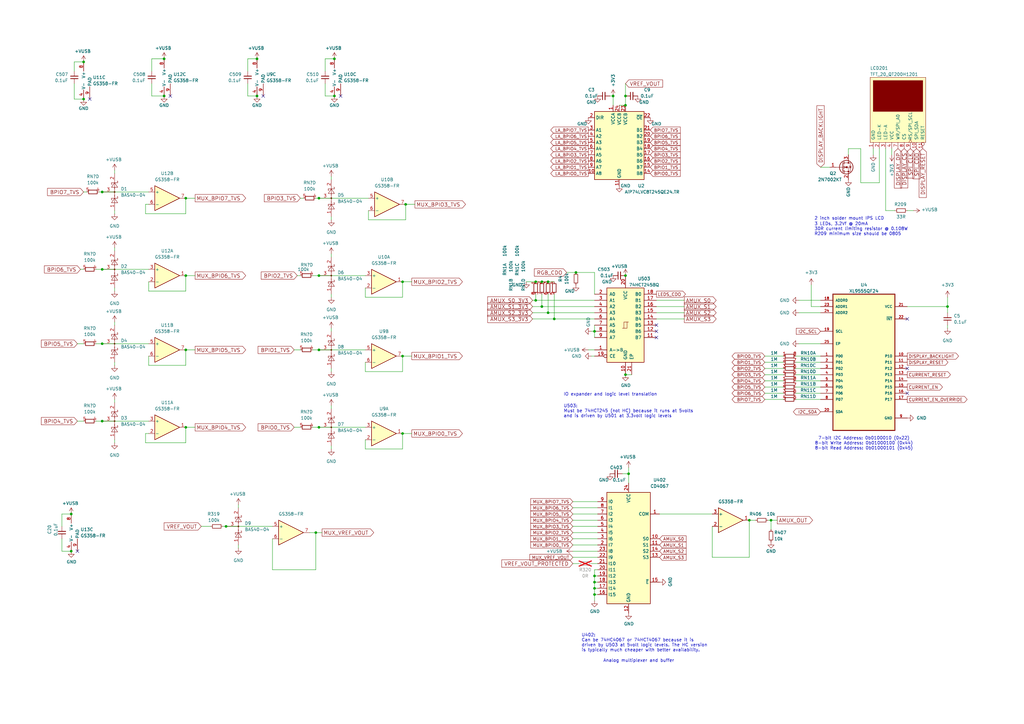
<source format=kicad_sch>
(kicad_sch (version 20250114) (generator "eeschema") (generator_version "9.0")
  (paper "A3")
  (text "7-bit I2C Address: 0b0100010 (0x22)\n8-bit Write Address: 0b01000100 (0x44)\n8-bit Read Address: 0b01000101 (0x45)" (at 354.33 181.864 0) (effects (font (size 1.27 1.27))))
  (text "IO expander and logic level translation" (at 231.14 162.56 0) (effects (font (size 1.27 1.27)) (justify left bottom)))
  (text "Analog multiplexer and buffer" (at 247.396 271.78 0) (effects (font (size 1.27 1.27)) (justify left bottom)))
  (text "U402:\nCan be 74HC4067 or 74HCT4067 because it is \ndriven by U503 at 5volt logic levels. The HC version \nis typically much cheaper with better availability." (at 238.506 267.462 0) (effects (font (size 1.27 1.27)) (justify left bottom)))
  (text "3 LEDs, 3.2Vf @ 20mA\n30R current limiting resistor @ 0.108W\nR209 minimum size should be 0805" (at 334.01 96.774 0) (effects (font (size 1.27 1.27)) (justify left bottom)))
  (text "2 inch solder mount IPS LCD" (at 334.01 90.424 0) (effects (font (size 1.27 1.27)) (justify left bottom)))
  (text "U503:\nMust be 74HCT245 (not HC) because it runs at 5volts\nand is driven by U501 at 3.3volt logic levels" (at 231.14 171.45 0) (effects (font (size 1.27 1.27)) (justify left bottom)))
  (junction (at 243.84 241.3))
  (junction (at 105.41 39.37))
  (junction (at 224.79 115.57))
  (junction (at 243.84 135.89))
  (junction (at 388.62 125.73))
  (junction (at 92.71 215.9))
  (junction (at 76.2 81.28))
  (junction (at 76.2 175.26))
  (junction (at 41.91 172.72))
  (junction (at 219.71 115.57))
  (junction (at 41.91 110.49))
  (junction (at 227.33 130.81))
  (junction (at 41.91 140.97))
  (junction (at 34.29 40.64))
  (junction (at 130.81 81.28))
  (junction (at 29.21 210.82))
  (junction (at 34.29 25.4))
  (junction (at 105.41 24.13))
  (junction (at 130.81 175.26))
  (junction (at 243.84 238.76))
  (junction (at 130.81 143.51))
  (junction (at 166.37 83.82))
  (junction (at 243.84 236.22))
  (junction (at 165.1 177.8))
  (junction (at 236.22 111.76))
  (junction (at 76.2 143.51))
  (junction (at 256.54 153.67))
  (junction (at 224.79 128.27))
  (junction (at 257.81 194.31))
  (junction (at 256.54 39.37))
  (junction (at 222.25 125.73))
  (junction (at 67.31 24.13))
  (junction (at 29.21 226.06))
  (junction (at 130.81 113.03))
  (junction (at 41.91 78.74))
  (junction (at 137.16 24.13))
  (junction (at 243.84 243.84))
  (junction (at 219.71 123.19))
  (junction (at 256.54 43.18))
  (junction (at 222.25 115.57))
  (junction (at 76.2 113.03))
  (junction (at 67.31 39.37))
  (junction (at 316.23 213.36))
  (junction (at 256.54 113.03))
  (junction (at 137.16 39.37))
  (junction (at 129.54 218.44))
  (junction (at 307.34 213.36))
  (junction (at 165.1 146.05))
  (junction (at 165.1 115.57))
  (junction (at 251.46 39.37))
  (no_connect (at 36.83 40.64))
  (no_connect (at 372.11 130.81))
  (no_connect (at 139.7 39.37))
  (no_connect (at 31.75 226.06))
  (no_connect (at 372.11 161.29))
  (no_connect (at 269.24 133.35))
  (no_connect (at 269.24 135.89))
  (no_connect (at 69.85 39.37))
  (no_connect (at 372.11 151.13))
  (no_connect (at 107.95 39.37))
  (no_connect (at 269.24 138.43))
  (wire (pts (xy 111.76 233.68) (xy 111.76 220.98)))
  (wire (pts (xy 82.55 215.9) (xy 86.36 215.9)))
  (wire (pts (xy 327.66 123.19) (xy 336.55 123.19)))
  (wire (pts (xy 242.57 146.05) (xy 243.84 146.05)))
  (wire (pts (xy 327.66 128.27) (xy 336.55 128.27)))
  (wire (pts (xy 101.6 24.13) (xy 101.6 29.21)))
  (wire (pts (xy 149.86 184.15) (xy 165.1 184.15)))
  (wire (pts (xy 135.89 134.62) (xy 135.89 135.89)))
  (wire (pts (xy 128.27 175.26) (xy 130.81 175.26)))
  (wire (pts (xy 76.2 81.28) (xy 80.01 81.28)))
  (wire (pts (xy 135.89 152.4) (xy 135.89 151.13)))
  (wire (pts (xy 25.4 210.82) (xy 29.21 210.82)))
  (wire (pts (xy 97.79 207.01) (xy 97.79 208.28)))
  (wire (pts (xy 269.24 125.73) (xy 280.67 125.73)))
  (wire (pts (xy 31.75 140.97) (xy 34.29 140.97)))
  (wire (pts (xy 227.33 130.81) (xy 243.84 130.81)))
  (wire (pts (xy 269.24 130.81) (xy 280.67 130.81)))
  (wire (pts (xy 39.37 172.72) (xy 41.91 172.72)))
  (wire (pts (xy 347.98 60.96) (xy 347.98 63.5)))
  (wire (pts (xy 165.1 121.92) (xy 165.1 115.57)))
  (wire (pts (xy 151.13 86.36) (xy 151.13 90.17)))
  (wire (pts (xy 358.14 60.96) (xy 358.14 63.5)))
  (wire (pts (xy 101.6 34.29) (xy 101.6 39.37)))
  (wire (pts (xy 135.89 72.39) (xy 135.89 73.66)))
  (wire (pts (xy 251.46 39.37) (xy 251.46 43.18)))
  (wire (pts (xy 360.68 60.96) (xy 360.68 74.93)))
  (wire (pts (xy 31.75 172.72) (xy 34.29 172.72)))
  (wire (pts (xy 245.11 233.68) (xy 243.84 233.68)))
  (wire (pts (xy 316.23 217.17) (xy 316.23 213.36)))
  (wire (pts (xy 245.11 241.3) (xy 243.84 241.3)))
  (wire (pts (xy 326.39 158.75) (xy 336.55 158.75)))
  (wire (pts (xy 123.19 81.28) (xy 124.46 81.28)))
  (wire (pts (xy 243.84 120.65) (xy 243.84 111.76)))
  (wire (pts (xy 165.1 115.57) (xy 168.91 115.57)))
  (wire (pts (xy 76.2 181.61) (xy 76.2 175.26)))
  (wire (pts (xy 218.44 123.19) (xy 219.71 123.19)))
  (wire (pts (xy 219.71 120.65) (xy 219.71 123.19)))
  (wire (pts (xy 269.24 128.27) (xy 280.67 128.27)))
  (wire (pts (xy 388.62 134.62) (xy 388.62 133.35)))
  (wire (pts (xy 243.84 241.3) (xy 243.84 243.84)))
  (wire (pts (xy 60.96 115.57) (xy 60.96 119.38)))
  (wire (pts (xy 62.23 39.37) (xy 62.23 34.29)))
  (wire (pts (xy 129.54 218.44) (xy 129.54 233.68)))
  (wire (pts (xy 353.06 74.93) (xy 353.06 60.96)))
  (wire (pts (xy 234.95 205.74) (xy 245.11 205.74)))
  (wire (pts (xy 269.24 123.19) (xy 280.67 123.19)))
  (wire (pts (xy 234.95 208.28) (xy 245.11 208.28)))
  (wire (pts (xy 33.02 110.49) (xy 34.29 110.49)))
  (wire (pts (xy 332.74 125.73) (xy 332.74 116.84)))
  (wire (pts (xy 224.79 120.65) (xy 224.79 128.27)))
  (wire (pts (xy 313.69 163.83) (xy 321.31 163.83)))
  (wire (pts (xy 130.81 143.51) (xy 149.86 143.51)))
  (wire (pts (xy 25.4 226.06) (xy 29.21 226.06)))
  (wire (pts (xy 250.19 39.37) (xy 251.46 39.37)))
  (wire (pts (xy 132.08 218.44) (xy 129.54 218.44)))
  (wire (pts (xy 219.71 115.57) (xy 222.25 115.57)))
  (wire (pts (xy 327.66 140.97) (xy 336.55 140.97)))
  (wire (pts (xy 313.69 148.59) (xy 321.31 148.59)))
  (wire (pts (xy 313.69 161.29) (xy 321.31 161.29)))
  (wire (pts (xy 25.4 215.9) (xy 25.4 210.82)))
  (wire (pts (xy 46.99 87.63) (xy 46.99 86.36)))
  (wire (pts (xy 151.13 90.17) (xy 166.37 90.17)))
  (wire (pts (xy 245.11 236.22) (xy 243.84 236.22)))
  (wire (pts (xy 59.69 83.82) (xy 59.69 87.63)))
  (wire (pts (xy 46.99 181.61) (xy 46.99 180.34)))
  (wire (pts (xy 245.11 243.84) (xy 243.84 243.84)))
  (wire (pts (xy 227.33 120.65) (xy 227.33 130.81)))
  (wire (pts (xy 149.86 180.34) (xy 149.86 184.15)))
  (wire (pts (xy 149.86 118.11) (xy 149.86 121.92)))
  (wire (pts (xy 365.76 60.96) (xy 365.76 63.5)))
  (wire (pts (xy 242.57 231.14) (xy 245.11 231.14)))
  (wire (pts (xy 39.37 140.97) (xy 41.91 140.97)))
  (wire (pts (xy 256.54 39.37) (xy 256.54 43.18)))
  (wire (pts (xy 135.89 104.14) (xy 135.89 105.41)))
  (wire (pts (xy 222.25 120.65) (xy 222.25 125.73)))
  (wire (pts (xy 218.44 125.73) (xy 222.25 125.73)))
  (wire (pts (xy 30.48 40.64) (xy 34.29 40.64)))
  (wire (pts (xy 59.69 181.61) (xy 76.2 181.61)))
  (wire (pts (xy 129.54 81.28) (xy 130.81 81.28)))
  (wire (pts (xy 30.48 34.29) (xy 30.48 40.64)))
  (wire (pts (xy 120.65 143.51) (xy 123.19 143.51)))
  (wire (pts (xy 165.1 177.8) (xy 168.91 177.8)))
  (wire (pts (xy 76.2 119.38) (xy 76.2 113.03)))
  (wire (pts (xy 165.1 146.05) (xy 168.91 146.05)))
  (wire (pts (xy 234.95 231.14) (xy 237.49 231.14)))
  (wire (pts (xy 219.71 123.19) (xy 243.84 123.19)))
  (wire (pts (xy 30.48 29.21) (xy 30.48 25.4)))
  (wire (pts (xy 372.11 86.36) (xy 374.65 86.36)))
  (wire (pts (xy 120.65 175.26) (xy 123.19 175.26)))
  (wire (pts (xy 166.37 90.17) (xy 166.37 83.82)))
  (wire (pts (xy 256.54 34.29) (xy 256.54 39.37)))
  (wire (pts (xy 60.96 149.86) (xy 76.2 149.86)))
  (wire (pts (xy 353.06 60.96) (xy 347.98 60.96)))
  (wire (pts (xy 336.55 125.73) (xy 332.74 125.73)))
  (wire (pts (xy 257.81 191.77) (xy 257.81 194.31)))
  (wire (pts (xy 313.69 151.13) (xy 321.31 151.13)))
  (wire (pts (xy 224.79 128.27) (xy 243.84 128.27)))
  (wire (pts (xy 128.27 113.03) (xy 130.81 113.03)))
  (wire (pts (xy 243.84 238.76) (xy 245.11 238.76)))
  (wire (pts (xy 46.99 119.38) (xy 46.99 118.11)))
  (wire (pts (xy 313.69 153.67) (xy 321.31 153.67)))
  (wire (pts (xy 309.88 213.36) (xy 307.34 213.36)))
  (wire (pts (xy 67.31 39.37) (xy 62.23 39.37)))
  (wire (pts (xy 166.37 83.82) (xy 170.18 83.82)))
  (wire (pts (xy 224.79 115.57) (xy 227.33 115.57)))
  (wire (pts (xy 234.95 228.6) (xy 245.11 228.6)))
  (wire (pts (xy 234.95 210.82) (xy 245.11 210.82)))
  (wire (pts (xy 135.89 121.92) (xy 135.89 120.65)))
  (wire (pts (xy 292.1 215.9) (xy 292.1 228.6)))
  (wire (pts (xy 243.84 238.76) (xy 243.84 241.3)))
  (wire (pts (xy 372.11 125.73) (xy 388.62 125.73)))
  (wire (pts (xy 41.91 78.74) (xy 60.96 78.74)))
  (wire (pts (xy 236.22 111.76) (xy 243.84 111.76)))
  (wire (pts (xy 40.64 78.74) (xy 41.91 78.74)))
  (wire (pts (xy 59.69 177.8) (xy 59.69 181.61)))
  (wire (pts (xy 76.2 113.03) (xy 80.01 113.03)))
  (wire (pts (xy 129.54 218.44) (xy 127 218.44)))
  (wire (pts (xy 307.34 228.6) (xy 307.34 213.36)))
  (wire (pts (xy 218.44 130.81) (xy 227.33 130.81)))
  (wire (pts (xy 97.79 224.79) (xy 97.79 223.52)))
  (wire (pts (xy 243.84 135.89) (xy 243.84 138.43)))
  (wire (pts (xy 241.3 143.51) (xy 243.84 143.51)))
  (wire (pts (xy 243.84 236.22) (xy 243.84 238.76)))
  (wire (pts (xy 360.68 74.93) (xy 353.06 74.93)))
  (wire (pts (xy 59.69 177.8) (xy 60.96 177.8)))
  (wire (pts (xy 130.81 113.03) (xy 149.86 113.03)))
  (wire (pts (xy 130.81 81.28) (xy 151.13 81.28)))
  (wire (pts (xy 76.2 175.26) (xy 80.01 175.26)))
  (wire (pts (xy 76.2 149.86) (xy 76.2 143.51)))
  (wire (pts (xy 60.96 146.05) (xy 60.96 149.86)))
  (wire (pts (xy 149.86 148.59) (xy 149.86 152.4)))
  (wire (pts (xy 128.27 143.51) (xy 130.81 143.51)))
  (wire (pts (xy 313.69 156.21) (xy 321.31 156.21)))
  (wire (pts (xy 135.89 166.37) (xy 135.89 167.64)))
  (wire (pts (xy 62.23 24.13) (xy 67.31 24.13)))
  (wire (pts (xy 59.69 87.63) (xy 76.2 87.63)))
  (wire (pts (xy 149.86 152.4) (xy 165.1 152.4)))
  (wire (pts (xy 165.1 184.15) (xy 165.1 177.8)))
  (wire (pts (xy 326.39 156.21) (xy 336.55 156.21)))
  (wire (pts (xy 215.9 115.57) (xy 219.71 115.57)))
  (wire (pts (xy 39.37 110.49) (xy 41.91 110.49)))
  (wire (pts (xy 30.48 25.4) (xy 34.29 25.4)))
  (wire (pts (xy 336.55 68.58) (xy 340.36 68.58)))
  (wire (pts (xy 234.95 213.36) (xy 245.11 213.36)))
  (wire (pts (xy 121.92 113.03) (xy 123.19 113.03)))
  (wire (pts (xy 165.1 152.4) (xy 165.1 146.05)))
  (wire (pts (xy 25.4 220.98) (xy 25.4 226.06)))
  (wire (pts (xy 129.54 233.68) (xy 111.76 233.68)))
  (wire (pts (xy 326.39 148.59) (xy 336.55 148.59)))
  (wire (pts (xy 388.62 121.92) (xy 388.62 125.73)))
  (wire (pts (xy 314.96 213.36) (xy 316.23 213.36)))
  (wire (pts (xy 41.91 140.97) (xy 60.96 140.97)))
  (wire (pts (xy 46.99 132.08) (xy 46.99 133.35)))
  (wire (pts (xy 316.23 213.36) (xy 318.77 213.36)))
  (wire (pts (xy 60.96 119.38) (xy 76.2 119.38)))
  (wire (pts (xy 92.71 215.9) (xy 111.76 215.9)))
  (wire (pts (xy 101.6 39.37) (xy 105.41 39.37)))
  (wire (pts (xy 222.25 125.73) (xy 243.84 125.73)))
  (wire (pts (xy 254 43.18) (xy 256.54 43.18)))
  (wire (pts (xy 255.27 194.31) (xy 257.81 194.31)))
  (wire (pts (xy 133.35 34.29) (xy 133.35 39.37)))
  (wire (pts (xy 46.99 149.86) (xy 46.99 148.59)))
  (wire (pts (xy 243.84 133.35) (xy 243.84 135.89)))
  (wire (pts (xy 234.95 223.52) (xy 245.11 223.52)))
  (wire (pts (xy 41.91 110.49) (xy 60.96 110.49)))
  (wire (pts (xy 76.2 143.51) (xy 80.01 143.51)))
  (wire (pts (xy 242.57 135.89) (xy 243.84 135.89)))
  (wire (pts (xy 133.35 39.37) (xy 137.16 39.37)))
  (wire (pts (xy 234.95 226.06) (xy 245.11 226.06)))
  (wire (pts (xy 232.41 111.76) (xy 236.22 111.76)))
  (wire (pts (xy 257.81 198.12) (xy 257.81 194.31)))
  (wire (pts (xy 234.95 218.44) (xy 245.11 218.44)))
  (wire (pts (xy 62.23 29.21) (xy 62.23 24.13)))
  (wire (pts (xy 270.51 210.82) (xy 292.1 210.82)))
  (wire (pts (xy 149.86 121.92) (xy 165.1 121.92)))
  (wire (pts (xy 234.95 220.98) (xy 245.11 220.98)))
  (wire (pts (xy 222.25 115.57) (xy 224.79 115.57)))
  (wire (pts (xy 292.1 228.6) (xy 307.34 228.6)))
  (wire (pts (xy 326.39 151.13) (xy 336.55 151.13)))
  (wire (pts (xy 363.22 60.96) (xy 363.22 86.36)))
  (wire (pts (xy 326.39 163.83) (xy 336.55 163.83)))
  (wire (pts (xy 135.89 90.17) (xy 135.89 88.9)))
  (wire (pts (xy 133.35 24.13) (xy 133.35 29.21)))
  (wire (pts (xy 218.44 128.27) (xy 224.79 128.27)))
  (wire (pts (xy 313.69 146.05) (xy 321.31 146.05)))
  (wire (pts (xy 135.89 184.15) (xy 135.89 182.88)))
  (wire (pts (xy 105.41 24.13) (xy 101.6 24.13)))
  (wire (pts (xy 137.16 24.13) (xy 133.35 24.13)))
  (wire (pts (xy 326.39 161.29) (xy 336.55 161.29)))
  (wire (pts (xy 41.91 172.72) (xy 60.96 172.72)))
  (wire (pts (xy 46.99 69.85) (xy 46.99 71.12)))
  (wire (pts (xy 91.44 215.9) (xy 92.71 215.9)))
  (wire (pts (xy 34.29 78.74) (xy 35.56 78.74)))
  (wire (pts (xy 326.39 153.67) (xy 336.55 153.67)))
  (wire (pts (xy 256.54 153.67) (xy 259.08 153.67)))
  (wire (pts (xy 243.84 233.68) (xy 243.84 236.22)))
  (wire (pts (xy 76.2 87.63) (xy 76.2 81.28)))
  (wire (pts (xy 130.81 175.26) (xy 149.86 175.26)))
  (wire (pts (xy 326.39 146.05) (xy 336.55 146.05)))
  (wire (pts (xy 388.62 128.27) (xy 388.62 125.73)))
  (wire (pts (xy 234.95 215.9) (xy 245.11 215.9)))
  (wire (pts (xy 46.99 163.83) (xy 46.99 165.1)))
  (wire (pts (xy 367.03 86.36) (xy 363.22 86.36)))
  (wire (pts (xy 46.99 101.6) (xy 46.99 102.87)))
  (wire (pts (xy 313.69 158.75) (xy 321.31 158.75)))
  (wire (pts (xy 59.69 83.82) (xy 60.96 83.82)))
  (wire (pts (xy 243.84 243.84) (xy 243.84 246.38)))
  (global_label "MUX_VREF_VOUT" (shape input) (at 234.95 228.6 180) (property "Intersheetrefs" "${INTERSHEET_REFS}" (effects (hide yes))))
  (global_label "AMUX_S3" (shape input) (at 270.51 228.6 0) (property "Intersheetrefs" "${INTERSHEET_REFS}" (effects (hide yes))))
  (global_label "BPIO7_TVS" (shape input) (at 266.7 53.34 0) (property "Intersheetrefs" "${INTERSHEET_REFS}" (effects (hide yes))))
  (global_label "AMUX_S3" (shape output) (at 280.67 130.81 0) (effects (font (size 1.524 1.524))) (property "Intersheetrefs" "${INTERSHEET_REFS}" (effects (hide yes))))
  (global_label "CURRENT_RESET" (shape output) (at 372.11 153.67 0) (property "Intersheetrefs" "${INTERSHEET_REFS}" (effects (hide yes))))
  (global_label "AMUX_S2" (shape input) (at 270.51 226.06 0) (property "Intersheetrefs" "${INTERSHEET_REFS}" (effects (hide yes))))
  (global_label "BPIO4_TVS" (shape input) (at 266.7 60.96 0) (property "Intersheetrefs" "${INTERSHEET_REFS}" (effects (hide yes))))
  (global_label "MUX_BPIO5_TVS" (shape input) (at 234.95 210.82 180) (property "Intersheetrefs" "${INTERSHEET_REFS}" (effects (hide yes))))
  (global_label "BPIO4_TVS" (shape bidirectional) (at 313.69 156.21 180) (property "Intersheetrefs" "${INTERSHEET_REFS}" (effects (hide yes))))
  (global_label "BPIO0_TVS" (shape input) (at 120.65 175.26 180) (effects (font (size 1.524 1.524))) (property "Intersheetrefs" "${INTERSHEET_REFS}" (effects (hide yes))))
  (global_label "BPIO1_TVS" (shape input) (at 120.65 143.51 180) (effects (font (size 1.524 1.524))) (property "Intersheetrefs" "${INTERSHEET_REFS}" (effects (hide yes))))
  (global_label "VREF_VOUT" (shape input) (at 82.55 215.9 180) (effects (font (size 1.524 1.524))) (property "Intersheetrefs" "${INTERSHEET_REFS}" (effects (hide yes))))
  (global_label "MUX_VREF_VOUT" (shape output) (at 132.08 218.44 0) (effects (font (size 1.524 1.524))) (property "Intersheetrefs" "${INTERSHEET_REFS}" (effects (hide yes))))
  (global_label "VREF_VOUT" (shape input) (at 256.54 34.29 0) (effects (font (size 1.524 1.524))) (property "Intersheetrefs" "${INTERSHEET_REFS}" (effects (hide yes))))
  (global_label "MUX_BPIO4_TVS" (shape input) (at 234.95 213.36 180) (property "Intersheetrefs" "${INTERSHEET_REFS}" (effects (hide yes))))
  (global_label "LA_BPIO0_TVS" (shape output) (at 241.3 71.12 180) (property "Intersheetrefs" "${INTERSHEET_REFS}" (effects (hide yes))))
  (global_label "LEDS_CDO" (shape output) (at 269.24 120.65 0) (property "Intersheetrefs" "${INTERSHEET_REFS}" (effects (hide yes))))
  (global_label "MUX_BPIO4_TVS" (shape output) (at 80.01 175.26 0) (effects (font (size 1.524 1.524))) (property "Intersheetrefs" "${INTERSHEET_REFS}" (effects (hide yes))))
  (global_label "MUX_BPIO3_TVS" (shape output) (at 170.18 83.82 0) (effects (font (size 1.524 1.524))) (property "Intersheetrefs" "${INTERSHEET_REFS}" (effects (hide yes))))
  (global_label "MUX_BPIO2_TVS" (shape output) (at 168.91 115.57 0) (effects (font (size 1.524 1.524))) (property "Intersheetrefs" "${INTERSHEET_REFS}" (effects (hide yes))))
  (global_label "MUX_BPIO2_TVS" (shape input) (at 234.95 218.44 180) (property "Intersheetrefs" "${INTERSHEET_REFS}" (effects (hide yes))))
  (global_label "BPIO1_TVS" (shape input) (at 266.7 68.58 0) (property "Intersheetrefs" "${INTERSHEET_REFS}" (effects (hide yes))))
  (global_label "BPIO2_TVS" (shape input) (at 121.92 113.03 180) (effects (font (size 1.524 1.524))) (property "Intersheetrefs" "${INTERSHEET_REFS}" (effects (hide yes))))
  (global_label "MUX_BPIO6_TVS" (shape output) (at 80.01 113.03 0) (effects (font (size 1.524 1.524))) (property "Intersheetrefs" "${INTERSHEET_REFS}" (effects (hide yes))))
  (global_label "DISPLAY_BACKLIGHT" (shape input) (at 336.55 68.58 90) (effects (font (size 1.524 1.524))) (property "Intersheetrefs" "${INTERSHEET_REFS}" (effects (hide yes))))
  (global_label "BPIO6_TVS" (shape bidirectional) (at 313.69 161.29 180) (property "Intersheetrefs" "${INTERSHEET_REFS}" (effects (hide yes))))
  (global_label "BPIO7_TVS" (shape bidirectional) (at 313.69 163.83 180) (property "Intersheetrefs" "${INTERSHEET_REFS}" (effects (hide yes))))
  (global_label "BPIO3_TVS" (shape input) (at 123.19 81.28 180) (effects (font (size 1.524 1.524))) (property "Intersheetrefs" "${INTERSHEET_REFS}" (effects (hide yes))))
  (global_label "SPI_CDO" (shape input) (at 375.92 60.96 270) (effects (font (size 1.524 1.524))) (property "Intersheetrefs" "${INTERSHEET_REFS}" (effects (hide yes))))
  (global_label "LA_BPIO6_TVS" (shape output) (at 241.3 55.88 180) (property "Intersheetrefs" "${INTERSHEET_REFS}" (effects (hide yes))))
  (global_label "MUX_BPIO3_TVS" (shape input) (at 234.95 215.9 180) (property "Intersheetrefs" "${INTERSHEET_REFS}" (effects (hide yes))))
  (global_label "MUX_BPIO7_TVS" (shape output) (at 80.01 81.28 0) (effects (font (size 1.524 1.524))) (property "Intersheetrefs" "${INTERSHEET_REFS}" (effects (hide yes))))
  (global_label "BPIO6_TVS" (shape input) (at 33.02 110.49 180) (effects (font (size 1.524 1.524))) (property "Intersheetrefs" "${INTERSHEET_REFS}" (effects (hide yes))))
  (global_label "DISPLAY_RESET" (shape output) (at 372.11 148.59 0) (property "Intersheetrefs" "${INTERSHEET_REFS}" (effects (hide yes))))
  (global_label "LA_BPIO1_TVS" (shape output) (at 241.3 68.58 180) (property "Intersheetrefs" "${INTERSHEET_REFS}" (effects (hide yes))))
  (global_label "MUX_BPIO0_TVS" (shape input) (at 234.95 223.52 180) (property "Intersheetrefs" "${INTERSHEET_REFS}" (effects (hide yes))))
  (global_label "AMUX_OUT" (shape output) (at 318.77 213.36 0) (effects (font (size 1.524 1.524))) (property "Intersheetrefs" "${INTERSHEET_REFS}" (effects (hide yes))))
  (global_label "MUX_BPIO0_TVS" (shape output) (at 168.91 177.8 0) (effects (font (size 1.524 1.524))) (property "Intersheetrefs" "${INTERSHEET_REFS}" (effects (hide yes))))
  (global_label "BPIO5_TVS" (shape input) (at 31.75 140.97 180) (effects (font (size 1.524 1.524))) (property "Intersheetrefs" "${INTERSHEET_REFS}" (effects (hide yes))))
  (global_label "RGB_CDO" (shape input) (at 232.41 111.76 180) (effects (font (size 1.524 1.524))) (property "Intersheetrefs" "${INTERSHEET_REFS}" (effects (hide yes))))
  (global_label "DISPLAY_RESET" (shape input) (at 378.46 60.96 270) (effects (font (size 1.524 1.524))) (property "Intersheetrefs" "${INTERSHEET_REFS}" (effects (hide yes))))
  (global_label "BPIO7_TVS" (shape input) (at 34.29 78.74 180) (effects (font (size 1.524 1.524))) (property "Intersheetrefs" "${INTERSHEET_REFS}" (effects (hide yes))))
  (global_label "SPI_CLK" (shape input) (at 373.38 60.96 270) (effects (font (size 1.524 1.524))) (property "Intersheetrefs" "${INTERSHEET_REFS}" (effects (hide yes))))
  (global_label "MUX_BPIO6_TVS" (shape input) (at 234.95 208.28 180) (property "Intersheetrefs" "${INTERSHEET_REFS}" (effects (hide yes))))
  (global_label "AMUX_S0_3V3" (shape input) (at 218.44 123.19 180) (effects (font (size 1.524 1.524))) (property "Intersheetrefs" "${INTERSHEET_REFS}" (effects (hide yes))))
  (global_label "LA_BPIO7_TVS" (shape output) (at 241.3 53.34 180) (property "Intersheetrefs" "${INTERSHEET_REFS}" (effects (hide yes))))
  (global_label "I2C_SDA" (shape bidirectional) (at 336.55 168.91 180) (property "Intersheetrefs" "${INTERSHEET_REFS}" (effects (hide yes))))
  (global_label "AMUX_S1_3V3" (shape input) (at 218.44 125.73 180) (effects (font (size 1.524 1.524))) (property "Intersheetrefs" "${INTERSHEET_REFS}" (effects (hide yes))))
  (global_label "BPIO5_TVS" (shape input) (at 266.7 58.42 0) (property "Intersheetrefs" "${INTERSHEET_REFS}" (effects (hide yes))))
  (global_label "LA_BPIO5_TVS" (shape output) (at 241.3 58.42 180) (property "Intersheetrefs" "${INTERSHEET_REFS}" (effects (hide yes))))
  (global_label "CURRENT_EN_OVERRIDE" (shape output) (at 372.11 163.83 0) (property "Intersheetrefs" "${INTERSHEET_REFS}" (effects (hide yes))))
  (global_label "BPIO2_TVS" (shape bidirectional) (at 313.69 151.13 180) (property "Intersheetrefs" "${INTERSHEET_REFS}" (effects (hide yes))))
  (global_label "MUX_BPIO7_TVS" (shape input) (at 234.95 205.74 180) (property "Intersheetrefs" "${INTERSHEET_REFS}" (effects (hide yes))))
  (global_label "BPIO1_TVS" (shape bidirectional) (at 313.69 148.59 180) (property "Intersheetrefs" "${INTERSHEET_REFS}" (effects (hide yes))))
  (global_label "DISPLAY_BACKLIGHT" (shape output) (at 372.11 146.05 0) (property "Intersheetrefs" "${INTERSHEET_REFS}" (effects (hide yes))))
  (global_label "LA_BPIO2_TVS" (shape output) (at 241.3 66.04 180) (property "Intersheetrefs" "${INTERSHEET_REFS}" (effects (hide yes))))
  (global_label "DISPLAY_DP" (shape input) (at 368.3 60.96 270) (effects (font (size 1.524 1.524))) (property "Intersheetrefs" "${INTERSHEET_REFS}" (effects (hide yes))))
  (global_label "AMUX_S0" (shape input) (at 270.51 220.98 0) (property "Intersheetrefs" "${INTERSHEET_REFS}" (effects (hide yes))))
  (global_label "BPIO3_TVS" (shape bidirectional) (at 313.69 153.67 180) (property "Intersheetrefs" "${INTERSHEET_REFS}" (effects (hide yes))))
  (global_label "AMUX_S1" (shape output) (at 280.67 125.73 0) (effects (font (size 1.524 1.524))) (property "Intersheetrefs" "${INTERSHEET_REFS}" (effects (hide yes))))
  (global_label "MUX_BPIO1_TVS" (shape input) (at 234.95 220.98 180) (property "Intersheetrefs" "${INTERSHEET_REFS}" (effects (hide yes))))
  (global_label "CURRENT_EN" (shape output) (at 372.11 158.75 0) (property "Intersheetrefs" "${INTERSHEET_REFS}" (effects (hide yes))))
  (global_label "BPIO5_TVS" (shape bidirectional) (at 313.69 158.75 180) (property "Intersheetrefs" "${INTERSHEET_REFS}" (effects (hide yes))))
  (global_label "AMUX_S2_3V3" (shape input) (at 218.44 128.27 180) (effects (font (size 1.524 1.524))) (property "Intersheetrefs" "${INTERSHEET_REFS}" (effects (hide yes))))
  (global_label "LA_BPIO3_TVS" (shape output) (at 241.3 63.5 180) (property "Intersheetrefs" "${INTERSHEET_REFS}" (effects (hide yes))))
  (global_label "BPIO6_TVS" (shape input) (at 266.7 55.88 0) (property "Intersheetrefs" "${INTERSHEET_REFS}" (effects (hide yes))))
  (global_label "BPIO0_TVS" (shape input) (at 266.7 71.12 0) (property "Intersheetrefs" "${INTERSHEET_REFS}" (effects (hide yes))))
  (global_label "AMUX_S2" (shape output) (at 280.67 128.27 0) (effects (font (size 1.524 1.524))) (property "Intersheetrefs" "${INTERSHEET_REFS}" (effects (hide yes))))
  (global_label "BPIO3_TVS" (shape input) (at 266.7 63.5 0) (property "Intersheetrefs" "${INTERSHEET_REFS}" (effects (hide yes))))
  (global_label "MUX_BPIO5_TVS" (shape output) (at 80.01 143.51 0) (effects (font (size 1.524 1.524))) (property "Intersheetrefs" "${INTERSHEET_REFS}" (effects (hide yes))))
  (global_label "AMUX_S0" (shape output) (at 280.67 123.19 0) (effects (font (size 1.524 1.524))) (property "Intersheetrefs" "${INTERSHEET_REFS}" (effects (hide yes))))
  (global_label "DISPLAY_CS" (shape input) (at 370.84 60.96 270) (effects (font (size 1.524 1.524))) (property "Intersheetrefs" "${INTERSHEET_REFS}" (effects (hide yes))))
  (global_label "MUX_BPIO1_TVS" (shape output) (at 168.91 146.05 0) (effects (font (size 1.524 1.524))) (property "Intersheetrefs" "${INTERSHEET_REFS}" (effects (hide yes))))
  (global_label "AMUX_S1" (shape input) (at 270.51 223.52 0) (property "Intersheetrefs" "${INTERSHEET_REFS}" (effects (hide yes))))
  (global_label "AMUX_S3_3V3" (shape input) (at 218.44 130.81 180) (effects (font (size 1.524 1.524))) (property "Intersheetrefs" "${INTERSHEET_REFS}" (effects (hide yes))))
  (global_label "BPIO0_TVS" (shape bidirectional) (at 313.69 146.05 180) (property "Intersheetrefs" "${INTERSHEET_REFS}" (effects (hide yes))))
  (global_label "LA_BPIO4_TVS" (shape output) (at 241.3 60.96 180) (property "Intersheetrefs" "${INTERSHEET_REFS}" (effects (hide yes))))
  (global_label "BPIO4_TVS" (shape input) (at 31.75 172.72 180) (effects (font (size 1.524 1.524))) (property "Intersheetrefs" "${INTERSHEET_REFS}" (effects (hide yes))))
  (global_label "VREF_VOUT_PROTECTED" (shape input) (at 234.95 231.14 180) (effects (font (size 1.524 1.524))) (property "Intersheetrefs" "${INTERSHEET_REFS}" (effects (hide yes))))
  (global_label "BPIO2_TVS" (shape input) (at 266.7 66.04 0) (property "Intersheetrefs" "${INTERSHEET_REFS}" (effects (hide yes))))
  (global_label "I2C_SCL" (shape input) (at 336.55 135.89 180) (property "Intersheetrefs" "${INTERSHEET_REFS}" (effects (hide yes))))
  (symbol (lib_id "Device:R_Small") (at 312.42 213.36 90) (unit 1)
    (property "Reference" "R406" (at 309.88 210.82 90))
    (property "Value" "10k" (at 316.23 210.82 90))
    (property "Footprint" "Resistor_SMD:R_0402_1005Metric" (effects (hide yes)))
    (property "RMB" "0.004864" (effects (hide yes)))
    (property "Supplier" "https://item.szlcsc.com/61542.html" (effects (hide yes)))
    (property "szlcsc_partnumber" "C25744" (effects (hide yes)))
    (property "szlcsc_url" "https://item.szlcsc.com/26487.html?fromZone=s_s__%252210K%25200402%2522&spm=sc.gb.xh1.zy.n___sc.gb.hd.ss&lcsc_vid=RlENUlJWE1QKBlBWRAVaUFNTT1leBQZXRFNcVAVQQVAxVlNSRFRcV1ZTQFNZVDsOAxUeFF5JWAgaAglIBBsCBBcFWQIBCks%3D" (effects (hide yes)))
  )
  (symbol (lib_id "power:GND") (at 257.81 251.46 0) (unit 1)
    (property "Reference" "#PWR0409" (effects (hide yes)))
    (property "Value" "GND" (at 257.937 255.8542 0))
  )
  (symbol (lib_id "Device:C_Small") (at 252.73 194.31 90) (unit 1)
    (property "Reference" "C403" (at 252.73 191.77 90))
    (property "Value" "0.1uF" (at 254 196.85 90))
    (property "Footprint" "Capacitor_SMD:C_0402_1005Metric" (effects (hide yes)))
    (property "RMB" "0.00628" (effects (hide yes)))
    (property "Supplier" "https://item.szlcsc.com/1877.html" (effects (hide yes)))
    (property "szlcsc_partnumber" "C1525" (effects (hide yes)))
    (property "szlcsc_url" "https://item.szlcsc.com/1877.html?fromZone=s_s__%25220.1uF%25200402%2522&spm=sc.gb.xh2.zy.n&lcsc_vid=RlENUlJWE1QKBlBWRAVaUFNTT1leBQZXRFNcVAVQQVAxVlNSRFRfXlBUQ1ZeVzsOAxUeFF5JWAgaAglIBBsCBBcFWQIBCks%3D" (effects (hide yes)))
  )
  (symbol (lib_id "power:GND") (at 250.19 194.31 0) (unit 1)
    (property "Reference" "#PWR0407" (effects (hide yes)))
    (property "Value" "GND" (at 247.65 196.85 0))
  )
  (symbol (lib_id "74xx:CD74HC4067M") (at 257.81 223.52 0) (mirror y) (unit 1)
    (property "Reference" "U402" (at 270.51 196.85 0))
    (property "Value" "CD4067" (at 270.51 199.39 0))
    (property "Footprint" "Package_SO:TSSOP-24_4.4x7.8mm_P0.65mm" (effects (hide yes)))
    (property "Datasheet" "http://www.ti.com/lit/ds/symlink/cd74hc4067.pdf" (effects (hide yes)))
    (property "Supplier" "https://eu.mouser.com/ProductDetail/Nexperia/74HCT4067PW118" (effects (hide yes)))
    (property "USD" "0.762" (effects (hide yes)))
  )
  (symbol (lib_id "dp-power:+VUSB") (at 257.81 191.77 0) (unit 1)
    (property "Reference" "#PWR0408" (effects (hide yes)))
    (property "Value" "+VUSB" (at 257.429 187.3758 0))
  )
  (symbol (lib_id "Device:R_Small") (at 316.23 219.71 180) (unit 1)
    (property "Reference" "R407" (at 317.5 218.44 0) (effects (justify right)))
    (property "Value" "10k" (at 317.5 220.98 0) (effects (justify right)))
    (property "Footprint" "Resistor_SMD:R_0402_1005Metric" (effects (hide yes)))
    (property "RMB" "0.004864" (effects (hide yes)))
    (property "Supplier" "https://item.szlcsc.com/61542.html" (effects (hide yes)))
    (property "szlcsc_partnumber" "C25744" (effects (hide yes)))
    (property "szlcsc_url" "https://item.szlcsc.com/26487.html?fromZone=s_s__%252210K%25200402%2522&spm=sc.gb.xh1.zy.n___sc.gb.hd.ss&lcsc_vid=RlENUlJWE1QKBlBWRAVaUFNTT1leBQZXRFNcVAVQQVAxVlNSRFRcV1ZTQFNZVDsOAxUeFF5JWAgaAglIBBsCBBcFWQIBCks%3D" (effects (hide yes)))
  )
  (symbol (lib_id "power:GND") (at 316.23 222.25 0) (unit 1)
    (property "Reference" "#PWR0420" (effects (hide yes)))
    (property "Value" "GND" (at 316.23 226.06 0))
  )
  (symbol (lib_id "power:GND") (at 358.14 63.5 0) (unit 1)
    (property "Reference" "#PWR0212" (effects (hide yes)))
    (property "Value" "GND" (at 358.14 68.58 90))
  )
  (symbol (lib_id "Device:R_Small") (at 369.57 86.36 270) (unit 1)
    (property "Reference" "R209" (at 369.316 83.82 90))
    (property "Value" "33R" (at 369.57 88.9 90))
    (property "Footprint" "Resistor_SMD:R_0805_2012Metric" (effects (hide yes)))
    (property "RMB" "0.019315" (effects (hide yes)))
    (property "Supplier" "https://item.szlcsc.com/139271.html" (effects (hide yes)))
    (property "szlcsc_partnumber" "C17634" (effects (hide yes)))
    (property "szlcsc_url" "https://item.szlcsc.com/18322.html?fromZone=s_s__%252233R%25200805%2522&spm=sc.gb.xh1.zy.n___sc.gb.hd.ss&lcsc_vid=RlENUlJWE1QKBlBWRAVaUFNTT1leBQZXRFNcVAVQQVAxVlNSRFRcV1ZTQFNZVDsOAxUeFF5JWAgaAglIBBsCBBcFWQIBCks%3D" (effects (hide yes)))
  )
  (symbol (lib_id "power:GND") (at 347.98 73.66 0) (unit 1)
    (property "Reference" "#PWR0211" (effects (hide yes)))
    (property "Value" "GND" (at 347.98 78.74 90))
  )
  (symbol (lib_id "power:+3V3") (at 365.76 63.5 180) (unit 1)
    (property "Reference" "#PWR0214" (effects (hide yes)))
    (property "Value" "+3V3" (at 365.76 69.85 90))
  )
  (symbol (lib_id "dp-power:+VUSB") (at 374.65 86.36 270) (unit 1)
    (property "Reference" "#PWR0213" (effects (hide yes)))
    (property "Value" "+VUSB" (at 377.8758 85.979 90) (effects (justify left)))
  )
  (symbol (lib_id "dp-power:+VUSB") (at 234.95 226.06 90) (unit 1)
    (property "Reference" "#PWR0406" (effects (hide yes)))
    (property "Value" "+VUSB" (at 227.33 226.06 90))
  )
  (symbol (lib_id "power:GND") (at 256.54 153.67 0) (unit 1)
    (property "Reference" "#PWR0512" (effects (hide yes)))
    (property "Value" "GND" (at 256.667 158.0642 0))
  )
  (symbol (lib_id "74xx:74HC245") (at 256.54 133.35 0) (unit 1)
    (property "Reference" "U503" (at 264.16 114.3 0))
    (property "Value" "74HCT245BQ" (at 264.16 116.84 0))
    (property "Footprint" "Package_DFN_QFN:DHVQFN-20-1EP_2.5x4.5mm_P0.5mm_EP1x3mm" (effects (hide yes)))
    (property "Datasheet" "http://www.ti.com/lit/gpn/sn74HC245" (effects (hide yes)))
  )
  (symbol (lib_id "dp-power:+VUSB") (at 256.54 113.03 0) (unit 1)
    (property "Reference" "#PWR0511" (effects (hide yes)))
    (property "Value" "+VUSB" (at 254 109.22 0))
  )
  (symbol (lib_id "Device:C_Small") (at 254 113.03 90) (unit 1)
    (property "Reference" "C503" (at 247.65 110.49 90))
    (property "Value" "0.1uF" (at 248.92 113.03 90))
    (property "Footprint" "Capacitor_SMD:C_0402_1005Metric" (effects (hide yes)))
    (property "RMB" "0.00628" (effects (hide yes)))
    (property "Supplier" "https://item.szlcsc.com/1877.html" (effects (hide yes)))
    (property "szlcsc_partnumber" "C1525" (effects (hide yes)))
    (property "szlcsc_url" "https://item.szlcsc.com/1877.html?fromZone=s_s__%25220.1uF%25200402%2522&spm=sc.gb.xh2.zy.n&lcsc_vid=RlENUlJWE1QKBlBWRAVaUFNTT1leBQZXRFNcVAVQQVAxVlNSRFRfXlBUQ1ZeVzsOAxUeFF5JWAgaAglIBBsCBBcFWQIBCks%3D" (effects (hide yes)))
  )
  (symbol (lib_id "power:GND") (at 251.46 113.03 0) (unit 1)
    (property "Reference" "#PWR0510" (effects (hide yes)))
    (property "Value" "GND" (at 248.92 115.57 0))
  )
  (symbol (lib_id "dp-power:+VUSB") (at 241.3 143.51 90) (unit 1)
    (property "Reference" "#PWR0509" (effects (hide yes)))
    (property "Value" "+VUSB" (at 234.442 143.51 90))
  )
  (symbol (lib_id "power:GND") (at 242.57 135.89 270) (unit 1)
    (property "Reference" "#PWR0108" (effects (hide yes)))
    (property "Value" "GND" (at 241.3 132.08 0))
  )
  (symbol (lib_id "dp-lcd:TFT_20_QT200H1201") (at 368.3 39.37 0) (unit 1)
    (property "Reference" "LCD201" (at 356.87 27.94 0) (effects (justify left)))
    (property "Value" "TFT_20_QT200H1201" (at 356.87 30.48 0) (effects (justify left)))
    (property "Footprint" "dp-lcd:TFT_20_QT200H1201" (effects (hide yes)))
  )
  (symbol (lib_id "power:GND") (at 243.84 246.38 0) (unit 1)
    (property "Reference" "#PWR0131" (effects (hide yes)))
    (property "Value" "GND" (at 243.967 250.7742 0))
  )
  (symbol (lib_id "Device:C_Small") (at 62.23 31.75 180) (unit 1)
    (property "Reference" "C508" (at 59.69 30.4735 0) (effects (justify left)))
    (property "Value" "0.1uF" (at 59.69 33.0135 0) (effects (justify left)))
    (property "Footprint" "Capacitor_SMD:C_0402_1005Metric" (effects (hide yes)))
    (property "RMB" "0.00628" (effects (hide yes)))
    (property "Supplier" "https://item.szlcsc.com/1877.html" (effects (hide yes)))
    (property "szlcsc_partnumber" "C1525" (effects (hide yes)))
    (property "szlcsc_url" "https://item.szlcsc.com/1877.html?fromZone=s_s__%25220.1uF%25200402%2522&spm=sc.gb.xh2.zy.n&lcsc_vid=RlENUlJWE1QKBlBWRAVaUFNTT1leBQZXRFNcVAVQQVAxVlNSRFRfXlBUQ1ZeVzsOAxUeFF5JWAgaAglIBBsCBBcFWQIBCks%3D" (effects (hide yes)))
  )
  (symbol (lib_id "power:+3V3") (at 388.62 121.92 0) (unit 1)
    (property "Reference" "#PWR047" (effects (hide yes)))
    (property "Value" "+3V3" (at 388.62 116.84 0))
  )
  (symbol (lib_id "power:GND") (at 327.66 128.27 270) (unit 1)
    (property "Reference" "#PWR048" (effects (hide yes)))
    (property "Value" "GND" (at 323.85 128.2699 90) (effects (justify right)))
  )
  (symbol (lib_id "dp-rarray:R_Array") (at 125.73 175.26 270) (unit 4)
    (property "Reference" "RN318" (at 125.73 168.91 90))
    (property "Value" "100k" (at 125.73 171.45 90))
    (property "Footprint" "Resistor_SMD:R_Array_Convex_4x0402" (effects (hide yes)))
    (property "Datasheet" "http://www.vishay.com/docs/31509/csc.pdf" (effects (hide yes)))
    (property "RMB" "0.034572" (effects (hide yes)))
    (property "Supplier" "https://item.szlcsc.com/45893.html" (effects (hide yes)))
    (property "szlcsc_partnumber" "C25724" (effects (hide yes)))
    (property "szlcsc_url" "https://item.szlcsc.com/26467.html?fromZone=s_s__%2522100K%25200402x4%2522&spm=sc.gb.xh1.zy.n___sc.gb.hd.ss&lcsc_vid=RlENUlJWE1QKBlBWRAVaUFNTT1leBQZXRFNcVAVQQVAxVlNSRFRcV1ZTQFNZVDsOAxUeFF5JWAgaAglIBBsCBBcFWQIBCks%3D" (effects (hide yes)))
    (instances (project "REV0" (path "" (reference "RN?") (unit 4)) (path "" (reference "RN318") (unit 4))))
  )
  (symbol (lib_id "power:GND") (at 97.79 224.79 0) (unit 1)
    (property "Reference" "#PWR089" (effects (hide yes)))
    (property "Value" "GND" (at 97.79 229.87 0))
  )
  (symbol (lib_id "power:GND") (at 34.29 40.64 0) (unit 1)
    (property "Reference" "#PWR070" (effects (hide yes)))
    (property "Value" "GND" (at 34.29 44.45 0))
  )
  (symbol (lib_id "power:GND") (at 270.51 238.76 90) (unit 1)
    (property "Reference" "#PWR034" (effects (hide yes)))
    (property "Value" "GND" (at 274.9042 238.633 0))
  )
  (symbol (lib_id "Diode:BAS40-04") (at 95.25 215.9 270) (mirror x) (unit 1)
    (property "Reference" "D9" (at 100.33 214.6299 90) (effects (justify left)))
    (property "Value" "BAS40-04" (at 100.33 217.1699 90) (effects (justify left)))
    (property "Footprint" "library:SOT-523" (effects (hide yes)))
    (property "Datasheet" "http://www.vishay.com/docs/85701/bas40v.pdf" (effects (hide yes)))
    (property "Description" "40V 0.2A Dual Small Signal Schottky Diodes" (effects (hide yes)))
    (property "szlcsc_partnumber" "C21714097" (effects (hide yes)))
    (property "szlcsc_url" "https://item.szlcsc.com/23141008.html?fromZone=s_s__%2522BAS40-04%25200402%2522&spm=sc.gb.xh2.zy.n___sc.gb.hd.ss&lcsc_vid=RlENUlJWE1QKBlBWRAVaUFNTT1leBQZXRFNcVAVQQVAxVlNSRFRfXlBUQ1ZeVzsOAxUeFF5JWAgaAglIBBsCBBcFWQIBCks%3D" (effects (hide yes)))
  )
  (symbol (lib_id "power:GND") (at 372.11 171.45 90) (unit 1)
    (property "Reference" "#PWR045" (effects (hide yes)))
    (property "Value" "GND" (at 375.92 171.4499 90) (effects (justify right)))
  )
  (symbol (lib_id "power:GND") (at 241.3 48.26 0) (unit 1)
    (property "Reference" "#PWR023" (effects (hide yes)))
    (property "Value" "GND" (at 238.76 50.8 0))
  )
  (symbol (lib_id "Transistor_FET:BSS138") (at 345.44 68.58 0) (unit 1)
    (property "Reference" "Q2" (at 341.63 71.12 0))
    (property "Value" "2N7002KT" (at 340.36 73.66 0))
    (property "Footprint" "library:SOT-523" (effects (hide yes)))
    (property "Datasheet" "https://www.onsemi.com/download/data-sheet/pdf/2n7002t-d.pdf" (effects (hide yes)))
    (property "RMB" "0.140017" (effects (hide yes)))
    (property "Supplier" "https://item.szlcsc.com/544697.html" (effects (hide yes)))
    (property "MANUFACTURER" "CBI" (effects (hide yes)))
    (property "szlcsc_partnumber" "C2840287" (effects (hide yes)))
    (property "szlcsc_url" "https://item.szlcsc.com/3018646.html?fromZone=s_s__%25222N7002KT%2522&spm=sc.gb.xh1.zy.n___sc.gb.hd.ss&lcsc_vid=RlENUlJWE1QKBlBWRAVaUFNTT1leBQZXRFNcVAVQQVAxVlNSRVhfXlFQRFVfUzsOAxUeFF5JWAgaAglIBBsCBBcFWQIBCks%3D" (effects (hide yes)))
  )
  (symbol (lib_id "dp-rarray:R_Array") (at 323.85 161.29 90) (mirror x) (unit 3)
    (property "Reference" "RN11" (at 331.47 160.02 90))
    (property "Value" "1M" (at 317.5 160.02 90))
    (property "Footprint" "Resistor_SMD:R_Array_Convex_4x0402" (effects (hide yes)))
    (property "Datasheet" "http://www.vishay.com/docs/31509/csc.pdf" (effects (hide yes)))
    (property "RMB" "0.033552" (effects (hide yes)))
    (property "Supplier" "https://item.szlcsc.com/26241.html" (effects (hide yes)))
    (property "szlcsc_partnumber" "C425315" (effects (hide yes)))
    (property "szlcsc_url" "https://item.szlcsc.com/418939.html?fromZone=s_s__%25221M%25200402x4%2522&spm=sc.gb.xh1.zy.n___sc.gb.hd.ss&lcsc_vid=RlENUlJWE1QKBlBWRAVaUFNTT1leBQZXRFNcVAVQQVAxVlNSRFRcV1ZTQFNZVDsOAxUeFF5JWAgaAglIBBsCBBcFWQIBCks%3D" (effects (hide yes)))
  )
  (symbol (lib_id "Device:C_Small") (at 25.4 218.44 180) (unit 1)
    (property "Reference" "C20" (at 20.32 217.17 90))
    (property "Value" "0.1uF" (at 22.86 217.17 90))
    (property "Footprint" "Capacitor_SMD:C_0402_1005Metric" (effects (hide yes)))
    (property "RMB" "0.00628" (effects (hide yes)))
    (property "Supplier" "https://item.szlcsc.com/1877.html" (effects (hide yes)))
    (property "szlcsc_partnumber" "C1525" (effects (hide yes)))
    (property "szlcsc_url" "https://item.szlcsc.com/1877.html?fromZone=s_s__%25220.1uF%25200402%2522&spm=sc.gb.xh2.zy.n&lcsc_vid=RlENUlJWE1QKBlBWRAVaUFNTT1leBQZXRFNcVAVQQVAxVlNSRFRfXlBUQ1ZeVzsOAxUeFF5JWAgaAglIBBsCBBcFWQIBCks%3D" (effects (hide yes)))
  )
  (symbol (lib_id "dp-power:+VUSB") (at 34.29 25.4 0) (unit 1)
    (property "Reference" "#PWR010" (effects (hide yes)))
    (property "Value" "+VUSB" (at 33.909 21.0058 0))
  )
  (symbol (lib_id "dp-power:+VUSB") (at 97.79 207.01 0) (unit 1)
    (property "Reference" "#PWR088" (effects (hide yes)))
    (property "Value" "+VUSB" (at 97.409 202.6158 0))
  )
  (symbol (lib_id "power:GND") (at 327.66 140.97 270) (unit 1)
    (property "Reference" "#PWR065" (effects (hide yes)))
    (property "Value" "GND" (at 323.85 140.9699 90) (effects (justify right)))
  )
  (symbol (lib_id "dp-power:+VUSB") (at 46.99 101.6 0) (unit 1)
    (property "Reference" "#PWR04" (effects (hide yes)))
    (property "Value" "+VUSB" (at 46.609 97.2058 0))
  )
  (symbol (lib_id "Diode:BAS40-04") (at 44.45 172.72 270) (mirror x) (unit 1)
    (property "Reference" "D3" (at 49.53 171.4499 90) (effects (justify left)))
    (property "Value" "BAS40-04" (at 49.53 173.9899 90) (effects (justify left)))
    (property "Footprint" "library:SOT-523" (effects (hide yes)))
    (property "Datasheet" "http://www.vishay.com/docs/85701/bas40v.pdf" (effects (hide yes)))
    (property "Description" "40V 0.2A Dual Small Signal Schottky Diodes" (effects (hide yes)))
    (property "szlcsc_partnumber" "C21714097" (effects (hide yes)))
    (property "szlcsc_url" "https://item.szlcsc.com/23141008.html?fromZone=s_s__%2522BAS40-04%25200402%2522&spm=sc.gb.xh2.zy.n___sc.gb.hd.ss&lcsc_vid=RlENUlJWE1QKBlBWRAVaUFNTT1leBQZXRFNcVAVQQVAxVlNSRFRfXlBUQ1ZeVzsOAxUeFF5JWAgaAglIBBsCBBcFWQIBCks%3D" (effects (hide yes)))
  )
  (symbol (lib_id "dp-power:+VUSB") (at 67.31 24.13 0) (unit 1)
    (property "Reference" "#PWR09" (effects (hide yes)))
    (property "Value" "+VUSB" (at 66.929 19.7358 0))
  )
  (symbol (lib_id "Device:C_Small") (at 133.35 31.75 180) (unit 1)
    (property "Reference" "C510" (at 130.81 30.4735 0) (effects (justify left)))
    (property "Value" "0.1uF" (at 130.81 33.0135 0) (effects (justify left)))
    (property "Footprint" "Capacitor_SMD:C_0402_1005Metric" (effects (hide yes)))
    (property "RMB" "0.00628" (effects (hide yes)))
    (property "Supplier" "https://item.szlcsc.com/1877.html" (effects (hide yes)))
    (property "szlcsc_partnumber" "C1525" (effects (hide yes)))
    (property "szlcsc_url" "https://item.szlcsc.com/1877.html?fromZone=s_s__%25220.1uF%25200402%2522&spm=sc.gb.xh2.zy.n&lcsc_vid=RlENUlJWE1QKBlBWRAVaUFNTT1leBQZXRFNcVAVQQVAxVlNSRFRfXlBUQ1ZeVzsOAxUeFF5JWAgaAglIBBsCBBcFWQIBCks%3D" (effects (hide yes)))
  )
  (symbol (lib_id "dp-rarray:R_Array") (at 222.25 118.11 0) (unit 2)
    (property "Reference" "RN1" (at 209.55 116.84 90))
    (property "Value" "100k" (at 209.55 109.22 90))
    (property "Footprint" "Resistor_SMD:R_Array_Convex_4x0402" (effects (hide yes)))
    (property "Datasheet" "http://www.vishay.com/docs/31509/csc.pdf" (effects (hide yes)))
    (property "RMB" "0.033552" (effects (hide yes)))
    (property "Supplier" "https://item.szlcsc.com/26241.html" (effects (hide yes)))
    (property "szlcsc_partnumber" "C25724" (effects (hide yes)))
    (property "szlcsc_url" "https://item.szlcsc.com/26467.html?fromZone=s_s__%2522100K%25200402x4%2522&spm=sc.gb.xh1.zy.n___sc.gb.hd.ss&lcsc_vid=RlENUlJWE1QKBlBWRAVaUFNTT1leBQZXRFNcVAVQQVAxVlNSRFRcV1ZTQFNZVDsOAxUeFF5JWAgaAglIBBsCBBcFWQIBCks%3D" (effects (hide yes)))
  )
  (symbol (lib_id "dp-rarray:R_Array") (at 36.83 140.97 270) (unit 3)
    (property "Reference" "RN317" (at 36.83 134.62 90))
    (property "Value" "100k" (at 36.83 137.16 90))
    (property "Footprint" "Resistor_SMD:R_Array_Convex_4x0402" (effects (hide yes)))
    (property "Datasheet" "http://www.vishay.com/docs/31509/csc.pdf" (effects (hide yes)))
    (property "RMB" "0.034572" (effects (hide yes)))
    (property "Supplier" "https://item.szlcsc.com/45893.html" (effects (hide yes)))
    (property "szlcsc_partnumber" "C25724" (effects (hide yes)))
    (property "szlcsc_url" "https://item.szlcsc.com/26467.html?fromZone=s_s__%2522100K%25200402x4%2522&spm=sc.gb.xh1.zy.n___sc.gb.hd.ss&lcsc_vid=RlENUlJWE1QKBlBWRAVaUFNTT1leBQZXRFNcVAVQQVAxVlNSRFRcV1ZTQFNZVDsOAxUeFF5JWAgaAglIBBsCBBcFWQIBCks%3D" (effects (hide yes)))
    (instances (project "REV0" (path "" (reference "RN?") (unit 4)) (path "" (reference "RN317") (unit 3))))
  )
  (symbol (lib_id "power:GND") (at 67.31 39.37 0) (unit 1)
    (property "Reference" "#PWR071" (effects (hide yes)))
    (property "Value" "GND" (at 67.31 43.18 0))
  )
  (symbol (lib_id "Diode:BAS40-04") (at 44.45 140.97 270) (mirror x) (unit 1)
    (property "Reference" "D4" (at 49.53 139.6999 90) (effects (justify left)))
    (property "Value" "BAS40-04" (at 49.53 142.2399 90) (effects (justify left)))
    (property "Footprint" "library:SOT-523" (effects (hide yes)))
    (property "Datasheet" "http://www.vishay.com/docs/85701/bas40v.pdf" (effects (hide yes)))
    (property "Description" "40V 0.2A Dual Small Signal Schottky Diodes" (effects (hide yes)))
    (property "szlcsc_partnumber" "C21714097" (effects (hide yes)))
    (property "szlcsc_url" "https://item.szlcsc.com/23141008.html?fromZone=s_s__%2522BAS40-04%25200402%2522&spm=sc.gb.xh2.zy.n___sc.gb.hd.ss&lcsc_vid=RlENUlJWE1QKBlBWRAVaUFNTT1leBQZXRFNcVAVQQVAxVlNSRFRfXlBUQ1ZeVzsOAxUeFF5JWAgaAglIBBsCBBcFWQIBCks%3D" (effects (hide yes)))
  )
  (symbol (lib_id "dp-rarray:R_Array") (at 323.85 153.67 90) (mirror x) (unit 4)
    (property "Reference" "RN10" (at 331.47 152.4 90))
    (property "Value" "1M" (at 317.5 152.4 90))
    (property "Footprint" "Resistor_SMD:R_Array_Convex_4x0402" (effects (hide yes)))
    (property "Datasheet" "http://www.vishay.com/docs/31509/csc.pdf" (effects (hide yes)))
    (property "RMB" "0.033552" (effects (hide yes)))
    (property "Supplier" "https://item.szlcsc.com/26241.html" (effects (hide yes)))
    (property "szlcsc_partnumber" "C425315" (effects (hide yes)))
    (property "szlcsc_url" "https://item.szlcsc.com/418939.html?fromZone=s_s__%25221M%25200402x4%2522&spm=sc.gb.xh1.zy.n___sc.gb.hd.ss&lcsc_vid=RlENUlJWE1QKBlBWRAVaUFNTT1leBQZXRFNcVAVQQVAxVlNSRFRcV1ZTQFNZVDsOAxUeFF5JWAgaAglIBBsCBBcFWQIBCks%3D" (effects (hide yes)))
  )
  (symbol (lib_id "Amplifier_Operational:LM358_DFN") (at 157.48 177.8 0) (unit 1)
    (property "Reference" "U9" (at 157.48 167.64 0))
    (property "Value" "GS358-FR" (at 157.48 170.18 0))
    (property "Footprint" "Package_DFN_QFN:DFN-8-1EP_2x2mm_P0.5mm_EP1.05x1.75mm" (effects (hide yes)))
    (property "Datasheet" "www.st.com/resource/en/datasheet/lm358.pdf" (effects (hide yes)))
    (property "Description" "Low-Power, Dual Operational Amplifiers, DFN-8" (effects (hide yes)))
    (property "szlcsc_partnumber" "C431311" (effects (hide yes)))
    (property "szlcsc_url" "https://item.szlcsc.com/427634.html?fromZone=s_s__%2522GS358%2522&spm=sc.gb.xh1.zy.n___sc.gb.hd.ss&lcsc_vid=RlENUlJWE1QKBlBWRAVaUFNTT1leBQZXRFNcVAVQQVAxVlNSRFRcV1ZTQFNZVDsOAxUeFF5JWAgaAglIBBsCBBcFWQIBCks%3D" (effects (hide yes)))
  )
  (symbol (lib_id "dp-power:+VUSB") (at 135.89 104.14 0) (unit 1)
    (property "Reference" "#PWR082" (effects (hide yes)))
    (property "Value" "+VUSB" (at 135.509 99.7458 0))
  )
  (symbol (lib_id "dp-rarray:R_Array") (at 323.85 158.75 90) (mirror x) (unit 2)
    (property "Reference" "RN11" (at 331.47 157.48 90))
    (property "Value" "1M" (at 317.5 157.48 90))
    (property "Footprint" "Resistor_SMD:R_Array_Convex_4x0402" (effects (hide yes)))
    (property "Datasheet" "http://www.vishay.com/docs/31509/csc.pdf" (effects (hide yes)))
    (property "RMB" "0.033552" (effects (hide yes)))
    (property "Supplier" "https://item.szlcsc.com/26241.html" (effects (hide yes)))
    (property "szlcsc_partnumber" "C425315" (effects (hide yes)))
    (property "szlcsc_url" "https://item.szlcsc.com/418939.html?fromZone=s_s__%25221M%25200402x4%2522&spm=sc.gb.xh1.zy.n___sc.gb.hd.ss&lcsc_vid=RlENUlJWE1QKBlBWRAVaUFNTT1leBQZXRFNcVAVQQVAxVlNSRFRcV1ZTQFNZVDsOAxUeFF5JWAgaAglIBBsCBBcFWQIBCks%3D" (effects (hide yes)))
  )
  (symbol (lib_id "dp-power:+VUSB") (at 105.41 24.13 0) (unit 1)
    (property "Reference" "#PWR068" (effects (hide yes)))
    (property "Value" "+VUSB" (at 105.029 19.7358 0))
  )
  (symbol (lib_id "dp-power:+VUSB") (at 135.89 134.62 0) (unit 1)
    (property "Reference" "#PWR086" (effects (hide yes)))
    (property "Value" "+VUSB" (at 135.509 130.2258 0))
  )
  (symbol (lib_id "dp-rarray:R_Array") (at 323.85 156.21 90) (mirror x) (unit 1)
    (property "Reference" "RN11" (at 331.47 154.94 90))
    (property "Value" "1M" (at 317.5 154.94 90))
    (property "Footprint" "Resistor_SMD:R_Array_Convex_4x0402" (effects (hide yes)))
    (property "Datasheet" "http://www.vishay.com/docs/31509/csc.pdf" (effects (hide yes)))
    (property "RMB" "0.033552" (effects (hide yes)))
    (property "Supplier" "https://item.szlcsc.com/26241.html" (effects (hide yes)))
    (property "szlcsc_partnumber" "C425315" (effects (hide yes)))
    (property "szlcsc_url" "https://item.szlcsc.com/418939.html?fromZone=s_s__%25221M%25200402x4%2522&spm=sc.gb.xh1.zy.n___sc.gb.hd.ss&lcsc_vid=RlENUlJWE1QKBlBWRAVaUFNTT1leBQZXRFNcVAVQQVAxVlNSRFRcV1ZTQFNZVDsOAxUeFF5JWAgaAglIBBsCBBcFWQIBCks%3D" (effects (hide yes)))
  )
  (symbol (lib_id "Diode:BAS40-04") (at 44.45 110.49 270) (mirror x) (unit 1)
    (property "Reference" "D2" (at 49.53 109.2199 90) (effects (justify left)))
    (property "Value" "BAS40-04" (at 49.53 111.7599 90) (effects (justify left)))
    (property "Footprint" "library:SOT-523" (effects (hide yes)))
    (property "Datasheet" "http://www.vishay.com/docs/85701/bas40v.pdf" (effects (hide yes)))
    (property "Description" "40V 0.2A Dual Small Signal Schottky Diodes" (effects (hide yes)))
    (property "szlcsc_partnumber" "C21714097" (effects (hide yes)))
    (property "szlcsc_url" "https://item.szlcsc.com/23141008.html?fromZone=s_s__%2522BAS40-04%25200402%2522&spm=sc.gb.xh2.zy.n___sc.gb.hd.ss&lcsc_vid=RlENUlJWE1QKBlBWRAVaUFNTT1leBQZXRFNcVAVQQVAxVlNSRFRfXlBUQ1ZeVzsOAxUeFF5JWAgaAglIBBsCBBcFWQIBCks%3D" (effects (hide yes)))
  )
  (symbol (lib_id "Diode:BAS40-04") (at 133.35 175.26 270) (mirror x) (unit 1)
    (property "Reference" "D7" (at 138.43 173.9899 90) (effects (justify left)))
    (property "Value" "BAS40-04" (at 138.43 176.5299 90) (effects (justify left)))
    (property "Footprint" "library:SOT-523" (effects (hide yes)))
    (property "Datasheet" "http://www.vishay.com/docs/85701/bas40v.pdf" (effects (hide yes)))
    (property "Description" "40V 0.2A Dual Small Signal Schottky Diodes" (effects (hide yes)))
    (property "szlcsc_partnumber" "C21714097" (effects (hide yes)))
    (property "szlcsc_url" "https://item.szlcsc.com/23141008.html?fromZone=s_s__%2522BAS40-04%25200402%2522&spm=sc.gb.xh2.zy.n___sc.gb.hd.ss&lcsc_vid=RlENUlJWE1QKBlBWRAVaUFNTT1leBQZXRFNcVAVQQVAxVlNSRFRfXlBUQ1ZeVzsOAxUeFF5JWAgaAglIBBsCBBcFWQIBCks%3D" (effects (hide yes)))
  )
  (symbol (lib_id "Diode:BAS40-04") (at 133.35 81.28 270) (mirror x) (unit 1)
    (property "Reference" "D5" (at 138.43 80.0099 90) (effects (justify left)))
    (property "Value" "BAS40-04" (at 138.43 82.5499 90) (effects (justify left)))
    (property "Footprint" "library:SOT-523" (effects (hide yes)))
    (property "Datasheet" "http://www.vishay.com/docs/85701/bas40v.pdf" (effects (hide yes)))
    (property "Description" "40V 0.2A Dual Small Signal Schottky Diodes" (effects (hide yes)))
    (property "szlcsc_partnumber" "C21714097" (effects (hide yes)))
    (property "szlcsc_url" "https://item.szlcsc.com/23141008.html?fromZone=s_s__%2522BAS40-04%25200402%2522&spm=sc.gb.xh2.zy.n___sc.gb.hd.ss&lcsc_vid=RlENUlJWE1QKBlBWRAVaUFNTT1leBQZXRFNcVAVQQVAxVlNSRFRfXlBUQ1ZeVzsOAxUeFF5JWAgaAglIBBsCBBcFWQIBCks%3D" (effects (hide yes)))
  )
  (symbol (lib_id "dp-rarray:R_Array") (at 323.85 146.05 90) (mirror x) (unit 1)
    (property "Reference" "RN10" (at 331.47 144.78 90))
    (property "Value" "1M" (at 317.5 144.78 90))
    (property "Footprint" "Resistor_SMD:R_Array_Convex_4x0402" (effects (hide yes)))
    (property "Datasheet" "http://www.vishay.com/docs/31509/csc.pdf" (effects (hide yes)))
    (property "RMB" "0.033552" (effects (hide yes)))
    (property "Supplier" "https://item.szlcsc.com/26241.html" (effects (hide yes)))
    (property "szlcsc_partnumber" "C425315" (effects (hide yes)))
    (property "szlcsc_url" "https://item.szlcsc.com/418939.html?fromZone=s_s__%25221M%25200402x4%2522&spm=sc.gb.xh1.zy.n___sc.gb.hd.ss&lcsc_vid=RlENUlJWE1QKBlBWRAVaUFNTT1leBQZXRFNcVAVQQVAxVlNSRFRcV1ZTQFNZVDsOAxUeFF5JWAgaAglIBBsCBBcFWQIBCks%3D" (effects (hide yes)))
  )
  (symbol (lib_id "Amplifier_Operational:LM358_DFN") (at 157.48 146.05 0) (unit 2)
    (property "Reference" "U9" (at 157.48 135.89 0))
    (property "Value" "GS358-FR" (at 157.48 138.43 0))
    (property "Footprint" "Package_DFN_QFN:DFN-8-1EP_2x2mm_P0.5mm_EP1.05x1.75mm" (effects (hide yes)))
    (property "Datasheet" "www.st.com/resource/en/datasheet/lm358.pdf" (effects (hide yes)))
    (property "Description" "Low-Power, Dual Operational Amplifiers, DFN-8" (effects (hide yes)))
    (property "szlcsc_partnumber" "C431311" (effects (hide yes)))
    (property "szlcsc_url" "https://item.szlcsc.com/427634.html?fromZone=s_s__%2522GS358%2522&spm=sc.gb.xh1.zy.n___sc.gb.hd.ss&lcsc_vid=RlENUlJWE1QKBlBWRAVaUFNTT1leBQZXRFNcVAVQQVAxVlNSRFRcV1ZTQFNZVDsOAxUeFF5JWAgaAglIBBsCBBcFWQIBCks%3D" (effects (hide yes)))
  )
  (symbol (lib_id "Amplifier_Operational:LM358_DFN") (at 68.58 175.26 0) (unit 1)
    (property "Reference" "U11" (at 68.58 165.1 0))
    (property "Value" "GS358-FR" (at 68.58 167.64 0))
    (property "Footprint" "Package_DFN_QFN:DFN-8-1EP_2x2mm_P0.5mm_EP1.05x1.75mm" (effects (hide yes)))
    (property "Datasheet" "www.st.com/resource/en/datasheet/lm358.pdf" (effects (hide yes)))
    (property "Description" "Low-Power, Dual Operational Amplifiers, DFN-8" (effects (hide yes)))
    (property "szlcsc_partnumber" "C431311" (effects (hide yes)))
    (property "szlcsc_url" "https://item.szlcsc.com/427634.html?fromZone=s_s__%2522GS358%2522&spm=sc.gb.xh1.zy.n___sc.gb.hd.ss&lcsc_vid=RlENUlJWE1QKBlBWRAVaUFNTT1leBQZXRFNcVAVQQVAxVlNSRFRcV1ZTQFNZVDsOAxUeFF5JWAgaAglIBBsCBBcFWQIBCks%3D" (effects (hide yes)))
  )
  (symbol (lib_id "dp-power:+VUSB") (at 135.89 72.39 0) (unit 1)
    (property "Reference" "#PWR080" (effects (hide yes)))
    (property "Value" "+VUSB" (at 135.509 67.9958 0))
  )
  (symbol (lib_id "dp-rarray:R_Array") (at 224.79 118.11 0) (unit 3)
    (property "Reference" "RN1" (at 212.09 110.49 90))
    (property "Value" "100k" (at 212.09 102.87 90))
    (property "Footprint" "Resistor_SMD:R_Array_Convex_4x0402" (effects (hide yes)))
    (property "Datasheet" "http://www.vishay.com/docs/31509/csc.pdf" (effects (hide yes)))
    (property "RMB" "0.033552" (effects (hide yes)))
    (property "Supplier" "https://item.szlcsc.com/26241.html" (effects (hide yes)))
    (property "szlcsc_partnumber" "C25724" (effects (hide yes)))
    (property "szlcsc_url" "https://item.szlcsc.com/26467.html?fromZone=s_s__%2522100K%25200402x4%2522&spm=sc.gb.xh1.zy.n___sc.gb.hd.ss&lcsc_vid=RlENUlJWE1QKBlBWRAVaUFNTT1leBQZXRFNcVAVQQVAxVlNSRFRcV1ZTQFNZVDsOAxUeFF5JWAgaAglIBBsCBBcFWQIBCks%3D" (effects (hide yes)))
  )
  (symbol (lib_id "dp-rarray:R_Array") (at 125.73 143.51 270) (unit 3)
    (property "Reference" "RN318" (at 125.73 137.16 90))
    (property "Value" "100k" (at 125.73 139.7 90))
    (property "Footprint" "Resistor_SMD:R_Array_Convex_4x0402" (effects (hide yes)))
    (property "Datasheet" "http://www.vishay.com/docs/31509/csc.pdf" (effects (hide yes)))
    (property "RMB" "0.034572" (effects (hide yes)))
    (property "Supplier" "https://item.szlcsc.com/45893.html" (effects (hide yes)))
    (property "szlcsc_partnumber" "C25724" (effects (hide yes)))
    (property "szlcsc_url" "https://item.szlcsc.com/26467.html?fromZone=s_s__%2522100K%25200402x4%2522&spm=sc.gb.xh1.zy.n___sc.gb.hd.ss&lcsc_vid=RlENUlJWE1QKBlBWRAVaUFNTT1leBQZXRFNcVAVQQVAxVlNSRFRcV1ZTQFNZVDsOAxUeFF5JWAgaAglIBBsCBBcFWQIBCks%3D" (effects (hide yes)))
    (instances (project "REV0" (path "" (reference "RN?") (unit 4)) (path "" (reference "RN318") (unit 3))))
  )
  (symbol (lib_id "power:GND") (at 29.21 226.06 0) (unit 1)
    (property "Reference" "#PWR013" (effects (hide yes)))
    (property "Value" "GND" (at 29.337 230.4542 0))
  )
  (symbol (lib_id "Amplifier_Operational:LM358_DFN") (at 139.7 31.75 0) (unit 3)
    (property "Reference" "U10" (at 140.97 30.4799 0) (effects (justify left)))
    (property "Value" "GS358-FR" (at 140.97 33.0199 0) (effects (justify left)))
    (property "Footprint" "Package_DFN_QFN:DFN-8-1EP_2x2mm_P0.5mm_EP1.05x1.75mm" (effects (hide yes)))
    (property "Datasheet" "www.st.com/resource/en/datasheet/lm358.pdf" (effects (hide yes)))
    (property "Description" "Low-Power, Dual Operational Amplifiers, DFN-8" (effects (hide yes)))
    (property "szlcsc_partnumber" "C431311" (effects (hide yes)))
    (property "szlcsc_url" "https://item.szlcsc.com/427634.html?fromZone=s_s__%2522GS358%2522&spm=sc.gb.xh1.zy.n___sc.gb.hd.ss&lcsc_vid=RlENUlJWE1QKBlBWRAVaUFNTT1leBQZXRFNcVAVQQVAxVlNSRFRcV1ZTQFNZVDsOAxUeFF5JWAgaAglIBBsCBBcFWQIBCks%3D" (effects (hide yes)))
  )
  (symbol (lib_id "Amplifier_Operational:LM358_DFN") (at 68.58 81.28 0) (unit 2)
    (property "Reference" "U12" (at 68.58 71.12 0))
    (property "Value" "GS358-FR" (at 68.58 73.66 0))
    (property "Footprint" "Package_DFN_QFN:DFN-8-1EP_2x2mm_P0.5mm_EP1.05x1.75mm" (effects (hide yes)))
    (property "Datasheet" "www.st.com/resource/en/datasheet/lm358.pdf" (effects (hide yes)))
    (property "Description" "Low-Power, Dual Operational Amplifiers, DFN-8" (effects (hide yes)))
    (property "szlcsc_partnumber" "C431311" (effects (hide yes)))
    (property "szlcsc_url" "https://item.szlcsc.com/427634.html?fromZone=s_s__%2522GS358%2522&spm=sc.gb.xh1.zy.n___sc.gb.hd.ss&lcsc_vid=RlENUlJWE1QKBlBWRAVaUFNTT1leBQZXRFNcVAVQQVAxVlNSRFRcV1ZTQFNZVDsOAxUeFF5JWAgaAglIBBsCBBcFWQIBCks%3D" (effects (hide yes)))
  )
  (symbol (lib_id "TCA6416RTWT:XL9555QF24") (at 354.33 148.59 0) (unit 1)
    (property "Reference" "U4" (at 354.33 116.84 0))
    (property "Value" "XL9555QF24" (at 354.33 119.38 0))
    (property "Footprint" "Package_DFN_QFN:QFN-24-1EP_4x4mm_P0.5mm_EP2.7x2.7mm" (effects (hide yes)))
    (property "MP" "XL9555QF24" (effects (hide yes)))
  )
  (symbol (lib_id "dp-power:+VUSB") (at 46.99 69.85 0) (unit 1)
    (property "Reference" "#PWR08" (effects (hide yes)))
    (property "Value" "+VUSB" (at 46.609 65.4558 0))
  )
  (symbol (lib_id "dp-rarray:R_Array") (at 323.85 163.83 90) (mirror x) (unit 4)
    (property "Reference" "RN11" (at 331.47 162.56 90))
    (property "Value" "1M" (at 317.5 162.56 90))
    (property "Footprint" "Resistor_SMD:R_Array_Convex_4x0402" (effects (hide yes)))
    (property "Datasheet" "http://www.vishay.com/docs/31509/csc.pdf" (effects (hide yes)))
    (property "RMB" "0.033552" (effects (hide yes)))
    (property "Supplier" "https://item.szlcsc.com/26241.html" (effects (hide yes)))
    (property "szlcsc_partnumber" "C425315" (effects (hide yes)))
    (property "szlcsc_url" "https://item.szlcsc.com/418939.html?fromZone=s_s__%25221M%25200402x4%2522&spm=sc.gb.xh1.zy.n___sc.gb.hd.ss&lcsc_vid=RlENUlJWE1QKBlBWRAVaUFNTT1leBQZXRFNcVAVQQVAxVlNSRFRcV1ZTQFNZVDsOAxUeFF5JWAgaAglIBBsCBBcFWQIBCks%3D" (effects (hide yes)))
  )
  (symbol (lib_id "Diode:BAS40-04") (at 44.45 78.74 270) (mirror x) (unit 1)
    (property "Reference" "D1" (at 49.53 77.4699 90) (effects (justify left)))
    (property "Value" "BAS40-04" (at 49.53 80.0099 90) (effects (justify left)))
    (property "Footprint" "library:SOT-523" (effects (hide yes)))
    (property "Datasheet" "http://www.vishay.com/docs/85701/bas40v.pdf" (effects (hide yes)))
    (property "Description" "40V 0.2A Dual Small Signal Schottky Diodes" (effects (hide yes)))
    (property "szlcsc_partnumber" "C21714097" (effects (hide yes)))
    (property "szlcsc_url" "https://item.szlcsc.com/23141008.html?fromZone=s_s__%2522BAS40-04%25200402%2522&spm=sc.gb.xh2.zy.n___sc.gb.hd.ss&lcsc_vid=RlENUlJWE1QKBlBWRAVaUFNTT1leBQZXRFNcVAVQQVAxVlNSRFRfXlBUQ1ZeVzsOAxUeFF5JWAgaAglIBBsCBBcFWQIBCks%3D" (effects (hide yes)))
  )
  (symbol (lib_id "Amplifier_Operational:LM358_DFN") (at 157.48 115.57 0) (unit 1)
    (property "Reference" "U10" (at 157.48 105.41 0))
    (property "Value" "GS358-FR" (at 157.48 107.95 0))
    (property "Footprint" "Package_DFN_QFN:DFN-8-1EP_2x2mm_P0.5mm_EP1.05x1.75mm" (effects (hide yes)))
    (property "Datasheet" "www.st.com/resource/en/datasheet/lm358.pdf" (effects (hide yes)))
    (property "Description" "Low-Power, Dual Operational Amplifiers, DFN-8" (effects (hide yes)))
    (property "szlcsc_partnumber" "C431311" (effects (hide yes)))
    (property "szlcsc_url" "https://item.szlcsc.com/427634.html?fromZone=s_s__%2522GS358%2522&spm=sc.gb.xh1.zy.n___sc.gb.hd.ss&lcsc_vid=RlENUlJWE1QKBlBWRAVaUFNTT1leBQZXRFNcVAVQQVAxVlNSRFRcV1ZTQFNZVDsOAxUeFF5JWAgaAglIBBsCBBcFWQIBCks%3D" (effects (hide yes)))
  )
  (symbol (lib_id "power:GND") (at 135.89 90.17 0) (unit 1)
    (property "Reference" "#PWR081" (effects (hide yes)))
    (property "Value" "GND" (at 135.89 95.25 0))
  )
  (symbol (lib_id "Device:C_Small") (at 259.08 39.37 90) (unit 1)
    (property "Reference" "C9" (at 265.43 36.83 90))
    (property "Value" "0.1uF" (at 265.43 39.37 90))
    (property "Footprint" "Capacitor_SMD:C_0402_1005Metric" (effects (hide yes)))
    (property "RMB" "0.00628" (effects (hide yes)))
    (property "Supplier" "https://item.szlcsc.com/1877.html" (effects (hide yes)))
    (property "szlcsc_partnumber" "C1525" (effects (hide yes)))
    (property "szlcsc_url" "https://item.szlcsc.com/1877.html?fromZone=s_s__%25220.1uF%25200402%2522&spm=sc.gb.xh2.zy.n&lcsc_vid=RlENUlJWE1QKBlBWRAVaUFNTT1leBQZXRFNcVAVQQVAxVlNSRFRfXlBUQ1ZeVzsOAxUeFF5JWAgaAglIBBsCBBcFWQIBCks%3D" (effects (hide yes)))
  )
  (symbol (lib_id "Device:C_Small") (at 30.48 31.75 180) (unit 1)
    (property "Reference" "C507" (at 27.94 30.4735 0) (effects (justify left)))
    (property "Value" "0.1uF" (at 27.94 33.0135 0) (effects (justify left)))
    (property "Footprint" "Capacitor_SMD:C_0402_1005Metric" (effects (hide yes)))
    (property "RMB" "0.00628" (effects (hide yes)))
    (property "Supplier" "https://item.szlcsc.com/1877.html" (effects (hide yes)))
    (property "szlcsc_partnumber" "C1525" (effects (hide yes)))
    (property "szlcsc_url" "https://item.szlcsc.com/1877.html?fromZone=s_s__%25220.1uF%25200402%2522&spm=sc.gb.xh2.zy.n&lcsc_vid=RlENUlJWE1QKBlBWRAVaUFNTT1leBQZXRFNcVAVQQVAxVlNSRFRfXlBUQ1ZeVzsOAxUeFF5JWAgaAglIBBsCBBcFWQIBCks%3D" (effects (hide yes)))
  )
  (symbol (lib_id "Logic_LevelTranslator:SN74AVC8T245PW") (at 254 58.42 0) (unit 1)
    (property "Reference" "U2" (at 261.62 76.2 0) (effects (justify left)))
    (property "Value" "AiP74LVC8T245QE24.TR" (at 256.1941 78.74 0) (effects (justify left)))
    (property "Footprint" "manuf:NXP-DHVQFN24" (effects (hide yes)))
    (property "Datasheet" "https://www.ti.com/lit/ds/symlink/sn74avc8t245.pdf" (effects (hide yes)))
    (property "szlcsc_partnumber" "C5361831" (effects (hide yes)))
    (property "szlcsc_url" "https://item.szlcsc.com/6184611.html?fromZone=s_s__%252274LVC8T245%2522&spm=sc.gb.xh1.zy.n___sc.gb.hd.ss&lcsc_vid=RlENUlJWE1QKBlBWRAVaUFNTT1leBQZXRFNcVAVQQVAxVlNSRFRcV1ZTQFNZVDsOAxUeFF5JWAgaAglIBBsCBBcFWQIBCks%3D" (effects (hide yes)))
  )
  (symbol (lib_id "power:GND") (at 388.62 134.62 0) (unit 1)
    (property "Reference" "#PWR046" (effects (hide yes)))
    (property "Value" "GND" (at 388.62 139.7 0))
  )
  (symbol (lib_id "dp-power:+VUSB") (at 46.99 132.08 0) (unit 1)
    (property "Reference" "#PWR078" (effects (hide yes)))
    (property "Value" "+VUSB" (at 46.609 127.6858 0))
  )
  (symbol (lib_id "Device:C_Small") (at 247.65 39.37 90) (unit 1)
    (property "Reference" "C3" (at 242.57 36.83 90))
    (property "Value" "0.1uF" (at 242.57 39.37 90))
    (property "Footprint" "Capacitor_SMD:C_0402_1005Metric" (effects (hide yes)))
    (property "RMB" "0.00628" (effects (hide yes)))
    (property "Supplier" "https://item.szlcsc.com/1877.html" (effects (hide yes)))
    (property "szlcsc_partnumber" "C1525" (effects (hide yes)))
    (property "szlcsc_url" "https://item.szlcsc.com/1877.html?fromZone=s_s__%25220.1uF%25200402%2522&spm=sc.gb.xh2.zy.n&lcsc_vid=RlENUlJWE1QKBlBWRAVaUFNTT1leBQZXRFNcVAVQQVAxVlNSRFRfXlBUQ1ZeVzsOAxUeFF5JWAgaAglIBBsCBBcFWQIBCks%3D" (effects (hide yes)))
  )
  (symbol (lib_id "power:GND") (at 215.9 115.57 0) (unit 1)
    (property "Reference" "#PWR037" (effects (hide yes)))
    (property "Value" "GND" (at 212.09 116.84 0))
  )
  (symbol (lib_id "dp-rarray:R_Array") (at 219.71 118.11 0) (unit 1)
    (property "Reference" "RN1" (at 207.01 110.49 90))
    (property "Value" "100k" (at 207.01 102.87 90))
    (property "Footprint" "Resistor_SMD:R_Array_Convex_4x0402" (effects (hide yes)))
    (property "Datasheet" "http://www.vishay.com/docs/31509/csc.pdf" (effects (hide yes)))
    (property "RMB" "0.033552" (effects (hide yes)))
    (property "Supplier" "https://item.szlcsc.com/26241.html" (effects (hide yes)))
    (property "szlcsc_partnumber" "C25724" (effects (hide yes)))
    (property "szlcsc_url" "https://item.szlcsc.com/26467.html?fromZone=s_s__%2522100K%25200402x4%2522&spm=sc.gb.xh1.zy.n___sc.gb.hd.ss&lcsc_vid=RlENUlJWE1QKBlBWRAVaUFNTT1leBQZXRFNcVAVQQVAxVlNSRFRcV1ZTQFNZVDsOAxUeFF5JWAgaAglIBBsCBBcFWQIBCks%3D" (effects (hide yes)))
  )
  (symbol (lib_id "Amplifier_Operational:LM358_DFN") (at 68.58 143.51 0) (unit 2)
    (property "Reference" "U11" (at 68.58 133.35 0))
    (property "Value" "GS358-FR" (at 68.58 135.89 0))
    (property "Footprint" "Package_DFN_QFN:DFN-8-1EP_2x2mm_P0.5mm_EP1.05x1.75mm" (effects (hide yes)))
    (property "Datasheet" "www.st.com/resource/en/datasheet/lm358.pdf" (effects (hide yes)))
    (property "Description" "Low-Power, Dual Operational Amplifiers, DFN-8" (effects (hide yes)))
    (property "szlcsc_partnumber" "C431311" (effects (hide yes)))
    (property "szlcsc_url" "https://item.szlcsc.com/427634.html?fromZone=s_s__%2522GS358%2522&spm=sc.gb.xh1.zy.n___sc.gb.hd.ss&lcsc_vid=RlENUlJWE1QKBlBWRAVaUFNTT1leBQZXRFNcVAVQQVAxVlNSRFRcV1ZTQFNZVDsOAxUeFF5JWAgaAglIBBsCBBcFWQIBCks%3D" (effects (hide yes)))
  )
  (symbol (lib_id "dp-rarray:R_Array") (at 38.1 78.74 270) (unit 1)
    (property "Reference" "RN317" (at 38.1 72.39 90))
    (property "Value" "100k" (at 38.1 74.93 90))
    (property "Footprint" "Resistor_SMD:R_Array_Convex_4x0402" (effects (hide yes)))
    (property "Datasheet" "http://www.vishay.com/docs/31509/csc.pdf" (effects (hide yes)))
    (property "RMB" "0.034572" (effects (hide yes)))
    (property "Supplier" "https://item.szlcsc.com/45893.html" (effects (hide yes)))
    (property "szlcsc_partnumber" "C25724" (effects (hide yes)))
    (property "szlcsc_url" "https://item.szlcsc.com/26467.html?fromZone=s_s__%2522100K%25200402x4%2522&spm=sc.gb.xh1.zy.n___sc.gb.hd.ss&lcsc_vid=RlENUlJWE1QKBlBWRAVaUFNTT1leBQZXRFNcVAVQQVAxVlNSRFRcV1ZTQFNZVDsOAxUeFF5JWAgaAglIBBsCBBcFWQIBCks%3D" (effects (hide yes)))
    (instances (project "REV0" (path "" (reference "RN?") (unit 4)) (path "" (reference "RN317") (unit 1))))
  )
  (symbol (lib_id "Diode:BAS40-04") (at 133.35 113.03 270) (mirror x) (unit 1)
    (property "Reference" "D6" (at 138.43 111.7599 90) (effects (justify left)))
    (property "Value" "BAS40-04" (at 138.43 114.2999 90) (effects (justify left)))
    (property "Footprint" "library:SOT-523" (effects (hide yes)))
    (property "Datasheet" "http://www.vishay.com/docs/85701/bas40v.pdf" (effects (hide yes)))
    (property "Description" "40V 0.2A Dual Small Signal Schottky Diodes" (effects (hide yes)))
    (property "szlcsc_partnumber" "C21714097" (effects (hide yes)))
    (property "szlcsc_url" "https://item.szlcsc.com/23141008.html?fromZone=s_s__%2522BAS40-04%25200402%2522&spm=sc.gb.xh2.zy.n___sc.gb.hd.ss&lcsc_vid=RlENUlJWE1QKBlBWRAVaUFNTT1leBQZXRFNcVAVQQVAxVlNSRFRfXlBUQ1ZeVzsOAxUeFF5JWAgaAglIBBsCBBcFWQIBCks%3D" (effects (hide yes)))
  )
  (symbol (lib_id "Device:R_Small") (at 88.9 215.9 270) (unit 1)
    (property "Reference" "R319" (at 90.17 210.82 90) (effects (justify right)))
    (property "Value" "100k" (at 90.17 213.36 90) (effects (justify right)))
    (property "Footprint" "Resistor_SMD:R_0402_1005Metric" (effects (hide yes)))
    (property "RMB" "0.004864" (effects (hide yes)))
    (property "Supplier" "https://item.szlcsc.com/61542.html" (effects (hide yes)))
    (property "szlcsc_partnumber" "C25741" (effects (hide yes)))
    (property "szlcsc_url" "https://item.szlcsc.com/26484.html?fromZone=s_s__%2522100K%25200402%2522&spm=sc.gb.xh1.zy.n&lcsc_vid=RlENUlJWE1QKBlBWRAVaUFNTT1leBQZXRFNcVAVQQVAxVlNSRFRcV1ZTQFNZVDsOAxUeFF5JWAgaAglIBBsCBBcFWQIBCks%3D" (effects (hide yes)))
  )
  (symbol (lib_id "power:GND") (at 327.66 123.19 270) (unit 1)
    (property "Reference" "#PWR050" (effects (hide yes)))
    (property "Value" "GND" (at 323.85 123.1899 90) (effects (justify right)))
  )
  (symbol (lib_id "power:GND") (at 46.99 149.86 0) (unit 1)
    (property "Reference" "#PWR079" (effects (hide yes)))
    (property "Value" "GND" (at 46.99 154.94 0))
  )
  (symbol (lib_id "dp-power:+VUSB") (at 137.16 24.13 0) (unit 1)
    (property "Reference" "#PWR038" (effects (hide yes)))
    (property "Value" "+VUSB" (at 136.779 19.7358 0))
  )
  (symbol (lib_id "power:GND") (at 266.7 48.26 0) (unit 1)
    (property "Reference" "#PWR033" (effects (hide yes)))
    (property "Value" "GND" (at 269.24 50.8 0))
  )
  (symbol (lib_id "Device:R_Small") (at 236.22 114.3 0) (mirror x) (unit 1)
    (property "Reference" "R4" (at 229.87 114.3 90))
    (property "Value" "100k" (at 232.41 114.3 90))
    (property "Footprint" "Resistor_SMD:R_0402_1005Metric" (effects (hide yes)))
    (property "RMB" "0.005749" (effects (hide yes)))
    (property "Supplier" "https://item.szlcsc.com/61543.html" (effects (hide yes)))
    (property "szlcsc_partnumber" "C25741" (effects (hide yes)))
    (property "szlcsc_url" "https://item.szlcsc.com/26484.html?fromZone=s_s__%2522100K%25200402%2522&spm=sc.gb.xh1.zy.n&lcsc_vid=RlENUlJWE1QKBlBWRAVaUFNTT1leBQZXRFNcVAVQQVAxVlNSRFRcV1ZTQFNZVDsOAxUeFF5JWAgaAglIBBsCBBcFWQIBCks%3D" (effects (hide yes)))
  )
  (symbol (lib_id "dp-rarray:R_Array") (at 227.33 118.11 0) (unit 4)
    (property "Reference" "RN1" (at 214.63 116.84 90))
    (property "Value" "100k" (at 214.63 109.22 90))
    (property "Footprint" "Resistor_SMD:R_Array_Convex_4x0402" (effects (hide yes)))
    (property "Datasheet" "http://www.vishay.com/docs/31509/csc.pdf" (effects (hide yes)))
    (property "RMB" "0.033552" (effects (hide yes)))
    (property "Supplier" "https://item.szlcsc.com/26241.html" (effects (hide yes)))
    (property "szlcsc_partnumber" "C25724" (effects (hide yes)))
    (property "szlcsc_url" "https://item.szlcsc.com/26467.html?fromZone=s_s__%2522100K%25200402x4%2522&spm=sc.gb.xh1.zy.n___sc.gb.hd.ss&lcsc_vid=RlENUlJWE1QKBlBWRAVaUFNTT1leBQZXRFNcVAVQQVAxVlNSRFRcV1ZTQFNZVDsOAxUeFF5JWAgaAglIBBsCBBcFWQIBCks%3D" (effects (hide yes)))
  )
  (symbol (lib_id "Device:C_Small") (at 388.62 130.81 180) (unit 1)
    (property "Reference" "C5" (at 391.16 129.5335 0) (effects (justify right)))
    (property "Value" "0.1uF" (at 391.16 132.0735 0) (effects (justify right)))
    (property "Footprint" "Capacitor_SMD:C_0402_1005Metric" (effects (hide yes)))
    (property "RMB" "0.00628" (effects (hide yes)))
    (property "Supplier" "https://item.szlcsc.com/1877.html" (effects (hide yes)))
    (property "szlcsc_partnumber" "C1525" (effects (hide yes)))
    (property "szlcsc_url" "https://item.szlcsc.com/1877.html?fromZone=s_s__%25220.1uF%25200402%2522&spm=sc.gb.xh2.zy.n&lcsc_vid=RlENUlJWE1QKBlBWRAVaUFNTT1leBQZXRFNcVAVQQVAxVlNSRFRfXlBUQ1ZeVzsOAxUeFF5JWAgaAglIBBsCBBcFWQIBCks%3D" (effects (hide yes)))
  )
  (symbol (lib_id "Amplifier_Operational:LM358_DFN") (at 299.72 213.36 0) (unit 1)
    (property "Reference" "U13" (effects (hide yes)))
    (property "Value" "GS358-FR" (at 299.72 205.74 0))
    (property "Footprint" "Package_DFN_QFN:DFN-8-1EP_2x2mm_P0.5mm_EP1.05x1.75mm" (effects (hide yes)))
    (property "Datasheet" "www.st.com/resource/en/datasheet/lm358.pdf" (effects (hide yes)))
    (property "Description" "Low-Power, Dual Operational Amplifiers, DFN-8" (effects (hide yes)))
    (property "szlcsc_partnumber" "C431311" (effects (hide yes)))
    (property "szlcsc_url" "https://item.szlcsc.com/427634.html?fromZone=s_s__%2522GS358%2522&spm=sc.gb.xh1.zy.n___sc.gb.hd.ss&lcsc_vid=RlENUlJWE1QKBlBWRAVaUFNTT1leBQZXRFNcVAVQQVAxVlNSRFRcV1ZTQFNZVDsOAxUeFF5JWAgaAglIBBsCBBcFWQIBCks%3D" (effects (hide yes)))
  )
  (symbol (lib_id "Amplifier_Operational:LM358_DFN") (at 158.75 83.82 0) (unit 2)
    (property "Reference" "U10" (at 158.75 73.66 0))
    (property "Value" "GS358-FR" (at 158.75 76.2 0))
    (property "Footprint" "Package_DFN_QFN:DFN-8-1EP_2x2mm_P0.5mm_EP1.05x1.75mm" (effects (hide yes)))
    (property "Datasheet" "www.st.com/resource/en/datasheet/lm358.pdf" (effects (hide yes)))
    (property "Description" "Low-Power, Dual Operational Amplifiers, DFN-8" (effects (hide yes)))
    (property "szlcsc_partnumber" "C431311" (effects (hide yes)))
    (property "szlcsc_url" "https://item.szlcsc.com/427634.html?fromZone=s_s__%2522GS358%2522&spm=sc.gb.xh1.zy.n___sc.gb.hd.ss&lcsc_vid=RlENUlJWE1QKBlBWRAVaUFNTT1leBQZXRFNcVAVQQVAxVlNSRFRcV1ZTQFNZVDsOAxUeFF5JWAgaAglIBBsCBBcFWQIBCks%3D" (effects (hide yes)))
  )
  (symbol (lib_id "dp-rarray:R_Array") (at 323.85 148.59 90) (mirror x) (unit 2)
    (property "Reference" "RN10" (at 331.47 147.32 90))
    (property "Value" "1M" (at 317.5 147.32 90))
    (property "Footprint" "Resistor_SMD:R_Array_Convex_4x0402" (effects (hide yes)))
    (property "Datasheet" "http://www.vishay.com/docs/31509/csc.pdf" (effects (hide yes)))
    (property "RMB" "0.033552" (effects (hide yes)))
    (property "Supplier" "https://item.szlcsc.com/26241.html" (effects (hide yes)))
    (property "szlcsc_partnumber" "C425315" (effects (hide yes)))
    (property "szlcsc_url" "https://item.szlcsc.com/418939.html?fromZone=s_s__%25221M%25200402x4%2522&spm=sc.gb.xh1.zy.n___sc.gb.hd.ss&lcsc_vid=RlENUlJWE1QKBlBWRAVaUFNTT1leBQZXRFNcVAVQQVAxVlNSRFRcV1ZTQFNZVDsOAxUeFF5JWAgaAglIBBsCBBcFWQIBCks%3D" (effects (hide yes)))
  )
  (symbol (lib_id "Amplifier_Operational:LM358_DFN") (at 36.83 33.02 0) (unit 3)
    (property "Reference" "U11" (at 38.1 31.7499 0) (effects (justify left)))
    (property "Value" "GS358-FR" (at 38.1 34.2899 0) (effects (justify left)))
    (property "Footprint" "Package_DFN_QFN:DFN-8-1EP_2x2mm_P0.5mm_EP1.05x1.75mm" (effects (hide yes)))
    (property "Datasheet" "www.st.com/resource/en/datasheet/lm358.pdf" (effects (hide yes)))
    (property "Description" "Low-Power, Dual Operational Amplifiers, DFN-8" (effects (hide yes)))
    (property "szlcsc_partnumber" "C431311" (effects (hide yes)))
    (property "szlcsc_url" "https://item.szlcsc.com/427634.html?fromZone=s_s__%2522GS358%2522&spm=sc.gb.xh1.zy.n___sc.gb.hd.ss&lcsc_vid=RlENUlJWE1QKBlBWRAVaUFNTT1leBQZXRFNcVAVQQVAxVlNSRFRcV1ZTQFNZVDsOAxUeFF5JWAgaAglIBBsCBBcFWQIBCks%3D" (effects (hide yes)))
  )
  (symbol (lib_id "Amplifier_Operational:LM358_DFN") (at 31.75 218.44 0) (unit 3)
    (property "Reference" "U13" (at 33.02 217.1699 0) (effects (justify left)))
    (property "Value" "GS358-FR" (at 33.02 219.7099 0) (effects (justify left)))
    (property "Footprint" "Package_DFN_QFN:DFN-8-1EP_2x2mm_P0.5mm_EP1.05x1.75mm" (effects (hide yes)))
    (property "Datasheet" "www.st.com/resource/en/datasheet/lm358.pdf" (effects (hide yes)))
    (property "Description" "Low-Power, Dual Operational Amplifiers, DFN-8" (effects (hide yes)))
    (property "szlcsc_partnumber" "C431311" (effects (hide yes)))
    (property "szlcsc_url" "https://item.szlcsc.com/427634.html?fromZone=s_s__%2522GS358%2522&spm=sc.gb.xh1.zy.n___sc.gb.hd.ss&lcsc_vid=RlENUlJWE1QKBlBWRAVaUFNTT1leBQZXRFNcVAVQQVAxVlNSRFRcV1ZTQFNZVDsOAxUeFF5JWAgaAglIBBsCBBcFWQIBCks%3D" (effects (hide yes)))
  )
  (symbol (lib_id "Amplifier_Operational:LM358_DFN") (at 107.95 31.75 0) (unit 3)
    (property "Reference" "U9" (at 109.22 30.4799 0) (effects (justify left)))
    (property "Value" "GS358-FR" (at 109.22 33.0199 0) (effects (justify left)))
    (property "Footprint" "Package_DFN_QFN:DFN-8-1EP_2x2mm_P0.5mm_EP1.05x1.75mm" (effects (hide yes)))
    (property "Datasheet" "www.st.com/resource/en/datasheet/lm358.pdf" (effects (hide yes)))
    (property "Description" "Low-Power, Dual Operational Amplifiers, DFN-8" (effects (hide yes)))
    (property "szlcsc_partnumber" "C431311" (effects (hide yes)))
    (property "szlcsc_url" "https://item.szlcsc.com/427634.html?fromZone=s_s__%2522GS358%2522&spm=sc.gb.xh1.zy.n___sc.gb.hd.ss&lcsc_vid=RlENUlJWE1QKBlBWRAVaUFNTT1leBQZXRFNcVAVQQVAxVlNSRFRcV1ZTQFNZVDsOAxUeFF5JWAgaAglIBBsCBBcFWQIBCks%3D" (effects (hide yes)))
  )
  (symbol (lib_id "power:GND") (at 135.89 184.15 0) (unit 1)
    (property "Reference" "#PWR085" (effects (hide yes)))
    (property "Value" "GND" (at 135.89 189.23 0))
  )
  (symbol (lib_id "power:GND") (at 135.89 152.4 0) (unit 1)
    (property "Reference" "#PWR087" (effects (hide yes)))
    (property "Value" "GND" (at 135.89 157.48 0))
  )
  (symbol (lib_id "power:+3V3") (at 251.46 39.37 0) (unit 1)
    (property "Reference" "#PWR030" (effects (hide yes)))
    (property "Value" "+3V3" (at 251.46 33.02 90))
  )
  (symbol (lib_id "power:GND") (at 105.41 39.37 0) (unit 1)
    (property "Reference" "#PWR069" (effects (hide yes)))
    (property "Value" "GND" (at 105.41 43.18 0))
  )
  (symbol (lib_id "dp-rarray:R_Array") (at 125.73 113.03 270) (unit 2)
    (property "Reference" "RN318" (at 125.8253 108.6271 90))
    (property "Value" "100k" (at 124.46 110.49 90))
    (property "Footprint" "Resistor_SMD:R_Array_Convex_4x0402" (effects (hide yes)))
    (property "Datasheet" "http://www.vishay.com/docs/31509/csc.pdf" (effects (hide yes)))
    (property "RMB" "0.034572" (effects (hide yes)))
    (property "Supplier" "https://item.szlcsc.com/45893.html" (effects (hide yes)))
    (property "szlcsc_partnumber" "C25724" (effects (hide yes)))
    (property "szlcsc_url" "https://item.szlcsc.com/26467.html?fromZone=s_s__%2522100K%25200402x4%2522&spm=sc.gb.xh1.zy.n___sc.gb.hd.ss&lcsc_vid=RlENUlJWE1QKBlBWRAVaUFNTT1leBQZXRFNcVAVQQVAxVlNSRFRcV1ZTQFNZVDsOAxUeFF5JWAgaAglIBBsCBBcFWQIBCks%3D" (effects (hide yes)))
    (instances (project "REV0" (path "" (reference "RN?") (unit 4)) (path "" (reference "RN318") (unit 2))))
  )
  (symbol (lib_id "Amplifier_Operational:LM358_DFN") (at 69.85 31.75 0) (unit 3)
    (property "Reference" "U12" (at 71.12 30.4799 0) (effects (justify left)))
    (property "Value" "GS358-FR" (at 71.12 33.0199 0) (effects (justify left)))
    (property "Footprint" "Package_DFN_QFN:DFN-8-1EP_2x2mm_P0.5mm_EP1.05x1.75mm" (effects (hide yes)))
    (property "Datasheet" "www.st.com/resource/en/datasheet/lm358.pdf" (effects (hide yes)))
    (property "Description" "Low-Power, Dual Operational Amplifiers, DFN-8" (effects (hide yes)))
    (property "szlcsc_partnumber" "C431311" (effects (hide yes)))
    (property "szlcsc_url" "https://item.szlcsc.com/427634.html?fromZone=s_s__%2522GS358%2522&spm=sc.gb.xh1.zy.n___sc.gb.hd.ss&lcsc_vid=RlENUlJWE1QKBlBWRAVaUFNTT1leBQZXRFNcVAVQQVAxVlNSRFRcV1ZTQFNZVDsOAxUeFF5JWAgaAglIBBsCBBcFWQIBCks%3D" (effects (hide yes)))
  )
  (symbol (lib_id "dp-power:+VUSB") (at 135.89 166.37 0) (unit 1)
    (property "Reference" "#PWR084" (effects (hide yes)))
    (property "Value" "+VUSB" (at 135.509 161.9758 0))
  )
  (symbol (lib_id "Amplifier_Operational:LM358_DFN") (at 68.58 113.03 0) (unit 1)
    (property "Reference" "U12" (at 68.58 102.87 0))
    (property "Value" "GS358-FR" (at 68.58 105.41 0))
    (property "Footprint" "Package_DFN_QFN:DFN-8-1EP_2x2mm_P0.5mm_EP1.05x1.75mm" (effects (hide yes)))
    (property "Datasheet" "www.st.com/resource/en/datasheet/lm358.pdf" (effects (hide yes)))
    (property "Description" "Low-Power, Dual Operational Amplifiers, DFN-8" (effects (hide yes)))
    (property "szlcsc_partnumber" "C431311" (effects (hide yes)))
    (property "szlcsc_url" "https://item.szlcsc.com/427634.html?fromZone=s_s__%2522GS358%2522&spm=sc.gb.xh1.zy.n___sc.gb.hd.ss&lcsc_vid=RlENUlJWE1QKBlBWRAVaUFNTT1leBQZXRFNcVAVQQVAxVlNSRFRcV1ZTQFNZVDsOAxUeFF5JWAgaAglIBBsCBBcFWQIBCks%3D" (effects (hide yes)))
  )
  (symbol (lib_id "power:+3V3") (at 332.74 116.84 0) (unit 1)
    (property "Reference" "#PWR049" (effects (hide yes)))
    (property "Value" "+3V3" (at 332.74 111.76 0))
  )
  (symbol (lib_id "Diode:BAS40-04") (at 133.35 143.51 270) (mirror x) (unit 1)
    (property "Reference" "D8" (at 138.43 142.2399 90) (effects (justify left)))
    (property "Value" "BAS40-04" (at 138.43 144.7799 90) (effects (justify left)))
    (property "Footprint" "library:SOT-523" (effects (hide yes)))
    (property "Datasheet" "http://www.vishay.com/docs/85701/bas40v.pdf" (effects (hide yes)))
    (property "Description" "40V 0.2A Dual Small Signal Schottky Diodes" (effects (hide yes)))
    (property "szlcsc_partnumber" "C21714097" (effects (hide yes)))
    (property "szlcsc_url" "https://item.szlcsc.com/23141008.html?fromZone=s_s__%2522BAS40-04%25200402%2522&spm=sc.gb.xh2.zy.n___sc.gb.hd.ss&lcsc_vid=RlENUlJWE1QKBlBWRAVaUFNTT1leBQZXRFNcVAVQQVAxVlNSRFRfXlBUQ1ZeVzsOAxUeFF5JWAgaAglIBBsCBBcFWQIBCks%3D" (effects (hide yes)))
  )
  (symbol (lib_id "power:GND") (at 137.16 39.37 0) (unit 1)
    (property "Reference" "#PWR067" (effects (hide yes)))
    (property "Value" "GND" (at 137.16 43.18 0))
  )
  (symbol (lib_id "power:GND") (at 261.62 39.37 0) (unit 1)
    (property "Reference" "#PWR032" (effects (hide yes)))
    (property "Value" "GND" (at 264.16 41.91 0))
  )
  (symbol (lib_id "power:GND") (at 46.99 119.38 0) (unit 1)
    (property "Reference" "#PWR07" (effects (hide yes)))
    (property "Value" "GND" (at 46.99 124.46 0))
  )
  (symbol (lib_id "power:GND") (at 245.11 39.37 0) (unit 1)
    (property "Reference" "#PWR024" (effects (hide yes)))
    (property "Value" "GND" (at 242.57 41.91 0))
  )
  (symbol (lib_id "power:GND") (at 242.57 146.05 270) (unit 1)
    (property "Reference" "#PWR036" (effects (hide yes)))
    (property "Value" "GND" (at 236.474 146.05 90))
  )
  (symbol (lib_id "Device:R_Small") (at 240.03 231.14 270) (unit 1) (in_bom no) (dnp yes)
    (property "Reference" "R320" (at 240.03 233.68 90))
    (property "Value" "0R" (at 240.03 236.22 90))
    (property "Footprint" "Resistor_SMD:R_0402_1005Metric" (effects (hide yes)))
    (property "RMB" "0.004864" (effects (hide yes)))
    (property "Supplier" "https://item.szlcsc.com/61542.html" (effects (hide yes)))
    (property "szlcsc_partnumber" "C25741" (effects (hide yes)))
    (property "szlcsc_url" "https://item.szlcsc.com/26484.html?fromZone=s_s__%2522100K%25200402%2522&spm=sc.gb.xh1.zy.n&lcsc_vid=RlENUlJWE1QKBlBWRAVaUFNTT1leBQZXRFNcVAVQQVAxVlNSRFRcV1ZTQFNZVDsOAxUeFF5JWAgaAglIBBsCBBcFWQIBCks%3D" (effects (hide yes)))
  )
  (symbol (lib_id "power:GND") (at 236.22 116.84 0) (unit 1)
    (property "Reference" "#PWR035" (effects (hide yes)))
    (property "Value" "GND" (at 233.68 119.38 0))
  )
  (symbol (lib_id "dp-power:+VUSB") (at 29.21 210.82 0) (unit 1)
    (property "Reference" "#PWR05" (effects (hide yes)))
    (property "Value" "+VUSB" (at 28.829 206.4258 0))
  )
  (symbol (lib_id "dp-rarray:R_Array") (at 323.85 151.13 90) (mirror x) (unit 3)
    (property "Reference" "RN10" (at 331.47 149.86 90))
    (property "Value" "1M" (at 317.5 149.86 90))
    (property "Footprint" "Resistor_SMD:R_Array_Convex_4x0402" (effects (hide yes)))
    (property "Datasheet" "http://www.vishay.com/docs/31509/csc.pdf" (effects (hide yes)))
    (property "RMB" "0.033552" (effects (hide yes)))
    (property "Supplier" "https://item.szlcsc.com/26241.html" (effects (hide yes)))
    (property "szlcsc_partnumber" "C425315" (effects (hide yes)))
    (property "szlcsc_url" "https://item.szlcsc.com/418939.html?fromZone=s_s__%25221M%25200402x4%2522&spm=sc.gb.xh1.zy.n___sc.gb.hd.ss&lcsc_vid=RlENUlJWE1QKBlBWRAVaUFNTT1leBQZXRFNcVAVQQVAxVlNSRFRcV1ZTQFNZVDsOAxUeFF5JWAgaAglIBBsCBBcFWQIBCks%3D" (effects (hide yes)))
  )
  (symbol (lib_id "power:GND") (at 254 76.2 0) (unit 1)
    (property "Reference" "#PWR031" (effects (hide yes)))
    (property "Value" "GND" (at 256.54 76.2 0))
  )
  (symbol (lib_id "power:GND") (at 135.89 121.92 0) (unit 1)
    (property "Reference" "#PWR083" (effects (hide yes)))
    (property "Value" "GND" (at 135.89 127 0))
  )
  (symbol (lib_id "dp-rarray:R_Array") (at 127 81.28 270) (unit 1)
    (property "Reference" "RN318" (at 127 74.93 90))
    (property "Value" "100k" (at 127 77.47 90))
    (property "Footprint" "Resistor_SMD:R_Array_Convex_4x0402" (effects (hide yes)))
    (property "Datasheet" "http://www.vishay.com/docs/31509/csc.pdf" (effects (hide yes)))
    (property "RMB" "0.034572" (effects (hide yes)))
    (property "Supplier" "https://item.szlcsc.com/45893.html" (effects (hide yes)))
    (property "szlcsc_partnumber" "C25724" (effects (hide yes)))
    (property "szlcsc_url" "https://item.szlcsc.com/26467.html?fromZone=s_s__%2522100K%25200402x4%2522&spm=sc.gb.xh1.zy.n___sc.gb.hd.ss&lcsc_vid=RlENUlJWE1QKBlBWRAVaUFNTT1leBQZXRFNcVAVQQVAxVlNSRFRcV1ZTQFNZVDsOAxUeFF5JWAgaAglIBBsCBBcFWQIBCks%3D" (effects (hide yes)))
    (instances (project "REV0" (path "" (reference "RN?") (unit 4)) (path "" (reference "RN318") (unit 1))))
  )
  (symbol (lib_id "dp-power:+VUSB") (at 46.99 163.83 0) (unit 1)
    (property "Reference" "#PWR029" (effects (hide yes)))
    (property "Value" "+VUSB" (at 46.609 159.4358 0))
  )
  (symbol (lib_id "Amplifier_Operational:LM358_DFN") (at 119.38 218.44 0) (unit 2)
    (property "Reference" "U13" (effects (hide yes)))
    (property "Value" "GS358-FR" (at 119.38 210.82 0))
    (property "Footprint" "Package_DFN_QFN:DFN-8-1EP_2x2mm_P0.5mm_EP1.05x1.75mm" (effects (hide yes)))
    (property "Datasheet" "www.st.com/resource/en/datasheet/lm358.pdf" (effects (hide yes)))
    (property "Description" "Low-Power, Dual Operational Amplifiers, DFN-8" (effects (hide yes)))
    (property "szlcsc_partnumber" "C431311" (effects (hide yes)))
    (property "szlcsc_url" "https://item.szlcsc.com/427634.html?fromZone=s_s__%2522GS358%2522&spm=sc.gb.xh1.zy.n___sc.gb.hd.ss&lcsc_vid=RlENUlJWE1QKBlBWRAVaUFNTT1leBQZXRFNcVAVQQVAxVlNSRFRcV1ZTQFNZVDsOAxUeFF5JWAgaAglIBBsCBBcFWQIBCks%3D" (effects (hide yes)))
  )
  (symbol (lib_id "Device:C_Small") (at 101.6 31.75 180) (unit 1)
    (property "Reference" "C509" (at 99.06 30.4735 0) (effects (justify left)))
    (property "Value" "0.1uF" (at 99.06 33.0135 0) (effects (justify left)))
    (property "Footprint" "Capacitor_SMD:C_0402_1005Metric" (effects (hide yes)))
    (property "RMB" "0.00628" (effects (hide yes)))
    (property "Supplier" "https://item.szlcsc.com/1877.html" (effects (hide yes)))
    (property "szlcsc_partnumber" "C1525" (effects (hide yes)))
    (property "szlcsc_url" "https://item.szlcsc.com/1877.html?fromZone=s_s__%25220.1uF%25200402%2522&spm=sc.gb.xh2.zy.n&lcsc_vid=RlENUlJWE1QKBlBWRAVaUFNTT1leBQZXRFNcVAVQQVAxVlNSRFRfXlBUQ1ZeVzsOAxUeFF5JWAgaAglIBBsCBBcFWQIBCks%3D" (effects (hide yes)))
  )
  (symbol (lib_id "dp-rarray:R_Array") (at 36.83 110.49 270) (unit 2)
    (property "Reference" "RN317" (at 36.83 104.14 90))
    (property "Value" "100k" (at 36.83 106.68 90))
    (property "Footprint" "Resistor_SMD:R_Array_Convex_4x0402" (effects (hide yes)))
    (property "Datasheet" "http://www.vishay.com/docs/31509/csc.pdf" (effects (hide yes)))
    (property "RMB" "0.034572" (effects (hide yes)))
    (property "Supplier" "https://item.szlcsc.com/45893.html" (effects (hide yes)))
    (property "szlcsc_partnumber" "C25724" (effects (hide yes)))
    (property "szlcsc_url" "https://item.szlcsc.com/26467.html?fromZone=s_s__%2522100K%25200402x4%2522&spm=sc.gb.xh1.zy.n___sc.gb.hd.ss&lcsc_vid=RlENUlJWE1QKBlBWRAVaUFNTT1leBQZXRFNcVAVQQVAxVlNSRFRcV1ZTQFNZVDsOAxUeFF5JWAgaAglIBBsCBBcFWQIBCks%3D" (effects (hide yes)))
    (instances (project "REV0" (path "" (reference "RN?") (unit 4)) (path "" (reference "RN317") (unit 2))))
  )
  (symbol (lib_id "power:GND") (at 46.99 87.63 0) (unit 1)
    (property "Reference" "#PWR03" (effects (hide yes)))
    (property "Value" "GND" (at 46.99 92.71 0))
  )
  (symbol (lib_id "power:GND") (at 46.99 181.61 0) (unit 1)
    (property "Reference" "#PWR077" (effects (hide yes)))
    (property "Value" "GND" (at 46.99 186.69 0))
  )
  (symbol (lib_id "dp-rarray:R_Array") (at 36.83 172.72 270) (unit 4)
    (property "Reference" "RN317" (at 36.83 166.37 90))
    (property "Value" "100k" (at 36.83 168.91 90))
    (property "Footprint" "Resistor_SMD:R_Array_Convex_4x0402" (effects (hide yes)))
    (property "Datasheet" "http://www.vishay.com/docs/31509/csc.pdf" (effects (hide yes)))
    (property "RMB" "0.034572" (effects (hide yes)))
    (property "Supplier" "https://item.szlcsc.com/45893.html" (effects (hide yes)))
    (property "szlcsc_partnumber" "C25724" (effects (hide yes)))
    (property "szlcsc_url" "https://item.szlcsc.com/26467.html?fromZone=s_s__%2522100K%25200402x4%2522&spm=sc.gb.xh1.zy.n___sc.gb.hd.ss&lcsc_vid=RlENUlJWE1QKBlBWRAVaUFNTT1leBQZXRFNcVAVQQVAxVlNSRFRcV1ZTQFNZVDsOAxUeFF5JWAgaAglIBBsCBBcFWQIBCks%3D" (effects (hide yes)))
    (instances (project "REV0" (path "" (reference "RN?") (unit 4)) (path "" (reference "RN317") (unit 4))))
  )
)
</source>
